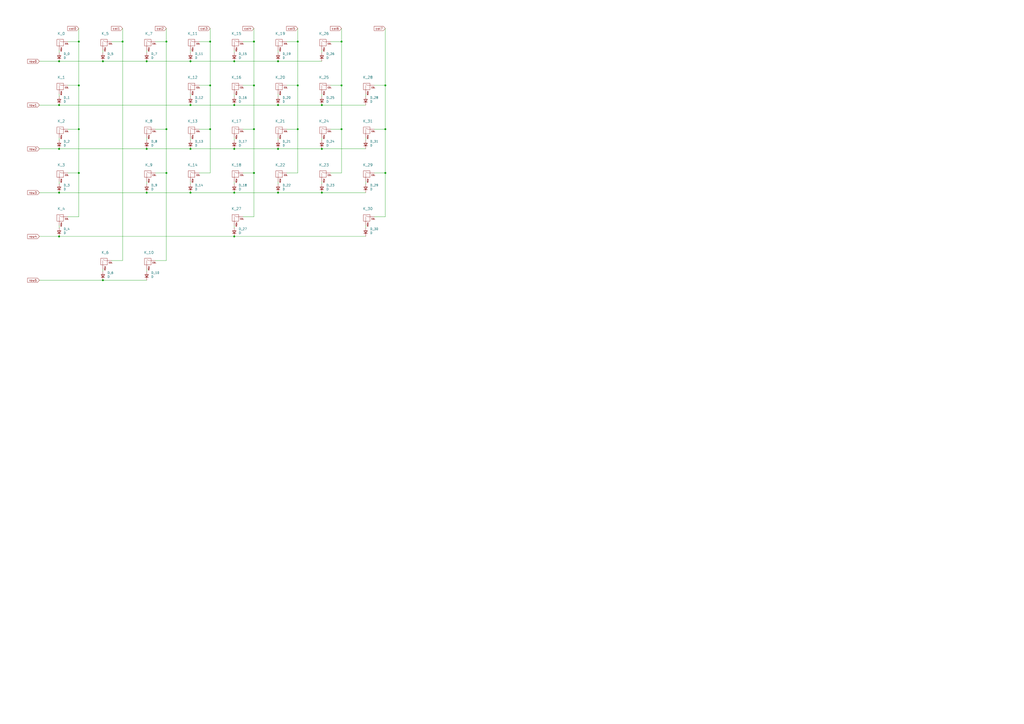
<source format=kicad_sch>
(kicad_sch
	(version 20231120)
	(generator "eeschema")
	(generator_version "8.0")
	(uuid "ceedc941-2f6f-4589-8d75-d1ba16c00101")
	(paper "A2")
	(lib_symbols
		(symbol "Device:D_Small"
			(pin_numbers hide)
			(pin_names
				(offset 0.254) hide)
			(exclude_from_sim no)
			(in_bom yes)
			(on_board yes)
			(property "Reference" "D"
				(at -1.27 2.032 0)
				(effects
					(font
						(size 1.27 1.27)
					)
					(justify left)
				)
			)
			(property "Value" "D_Small"
				(at -3.81 -2.032 0)
				(effects
					(font
						(size 1.27 1.27)
					)
					(justify left)
				)
			)
			(property "Footprint" ""
				(at 0 0 90)
				(effects
					(font
						(size 1.27 1.27)
					)
					(hide yes)
				)
			)
			(property "Datasheet" "~"
				(at 0 0 90)
				(effects
					(font
						(size 1.27 1.27)
					)
					(hide yes)
				)
			)
			(property "Description" "Diode, small symbol"
				(at 0 0 0)
				(effects
					(font
						(size 1.27 1.27)
					)
					(hide yes)
				)
			)
			(property "Sim.Device" "D"
				(at 0 0 0)
				(effects
					(font
						(size 1.27 1.27)
					)
					(hide yes)
				)
			)
			(property "Sim.Pins" "1=K 2=A"
				(at 0 0 0)
				(effects
					(font
						(size 1.27 1.27)
					)
					(hide yes)
				)
			)
			(property "ki_keywords" "diode"
				(at 0 0 0)
				(effects
					(font
						(size 1.27 1.27)
					)
					(hide yes)
				)
			)
			(property "ki_fp_filters" "TO-???* *_Diode_* *SingleDiode* D_*"
				(at 0 0 0)
				(effects
					(font
						(size 1.27 1.27)
					)
					(hide yes)
				)
			)
			(symbol "D_Small_0_1"
				(polyline
					(pts
						(xy -0.762 -1.016) (xy -0.762 1.016)
					)
					(stroke
						(width 0.254)
						(type default)
					)
					(fill
						(type none)
					)
				)
				(polyline
					(pts
						(xy -0.762 0) (xy 0.762 0)
					)
					(stroke
						(width 0)
						(type default)
					)
					(fill
						(type none)
					)
				)
				(polyline
					(pts
						(xy 0.762 -1.016) (xy -0.762 0) (xy 0.762 1.016) (xy 0.762 -1.016)
					)
					(stroke
						(width 0.254)
						(type default)
					)
					(fill
						(type none)
					)
				)
			)
			(symbol "D_Small_1_1"
				(pin passive line
					(at -2.54 0 0)
					(length 1.778)
					(name "K"
						(effects
							(font
								(size 1.27 1.27)
							)
						)
					)
					(number "1"
						(effects
							(font
								(size 1.27 1.27)
							)
						)
					)
				)
				(pin passive line
					(at 2.54 0 180)
					(length 1.778)
					(name "A"
						(effects
							(font
								(size 1.27 1.27)
							)
						)
					)
					(number "2"
						(effects
							(font
								(size 1.27 1.27)
							)
						)
					)
				)
			)
		)
		(symbol "MX_Alps_Hybrid:MX-NoLED"
			(pin_names
				(offset 1.016)
			)
			(exclude_from_sim no)
			(in_bom yes)
			(on_board yes)
			(property "Reference" "MX"
				(at -0.635 3.81 0)
				(effects
					(font
						(size 1.524 1.524)
					)
				)
			)
			(property "Value" "MX-NoLED"
				(at -0.635 1.27 0)
				(effects
					(font
						(size 0.508 0.508)
					)
				)
			)
			(property "Footprint" ""
				(at -15.875 -0.635 0)
				(effects
					(font
						(size 1.524 1.524)
					)
					(hide yes)
				)
			)
			(property "Datasheet" ""
				(at -15.875 -0.635 0)
				(effects
					(font
						(size 1.524 1.524)
					)
					(hide yes)
				)
			)
			(property "Description" ""
				(at 0 0 0)
				(effects
					(font
						(size 1.27 1.27)
					)
					(hide yes)
				)
			)
			(symbol "MX-NoLED_0_0"
				(rectangle
					(start -2.54 2.54)
					(end 1.27 -1.27)
					(stroke
						(width 0)
						(type solid)
					)
					(fill
						(type none)
					)
				)
				(polyline
					(pts
						(xy -1.27 -1.27) (xy -1.27 1.27)
					)
					(stroke
						(width 0.127)
						(type solid)
					)
					(fill
						(type none)
					)
				)
				(polyline
					(pts
						(xy 1.27 1.27) (xy 0 1.27) (xy -1.27 1.905)
					)
					(stroke
						(width 0.127)
						(type solid)
					)
					(fill
						(type none)
					)
				)
				(text "COL"
					(at 3.175 0 0)
					(effects
						(font
							(size 0.762 0.762)
						)
					)
				)
				(text "ROW"
					(at 0 -1.905 900)
					(effects
						(font
							(size 0.762 0.762)
						)
						(justify right)
					)
				)
			)
			(symbol "MX-NoLED_1_1"
				(pin passive line
					(at 3.81 1.27 180)
					(length 2.54)
					(name "COL"
						(effects
							(font
								(size 0 0)
							)
						)
					)
					(number "1"
						(effects
							(font
								(size 0 0)
							)
						)
					)
				)
				(pin passive line
					(at -1.27 -3.81 90)
					(length 2.54)
					(name "ROW"
						(effects
							(font
								(size 0 0)
							)
						)
					)
					(number "2"
						(effects
							(font
								(size 0 0)
							)
						)
					)
				)
			)
		)
	)
	(junction
		(at 110.49 35.56)
		(diameter 0)
		(color 0 0 0 0)
		(uuid "02b52dfc-5d3d-4683-ade6-5ac206d93fd8")
	)
	(junction
		(at 34.29 111.76)
		(diameter 0)
		(color 0 0 0 0)
		(uuid "092f65d8-b36f-4328-b8f2-9840ff89e291")
	)
	(junction
		(at 45.72 49.53)
		(diameter 0)
		(color 0 0 0 0)
		(uuid "0961b014-f8c5-4a49-b5e5-c98c13255242")
	)
	(junction
		(at 85.09 86.36)
		(diameter 0)
		(color 0 0 0 0)
		(uuid "0a408ec6-c732-46c2-93df-2dc8d89781d5")
	)
	(junction
		(at 223.52 100.33)
		(diameter 0)
		(color 0 0 0 0)
		(uuid "133e055d-9da2-49d7-aca9-3269b88b670c")
	)
	(junction
		(at 172.72 49.53)
		(diameter 0)
		(color 0 0 0 0)
		(uuid "1a3faa11-76d8-4e62-b9e7-fe3d7abc55cf")
	)
	(junction
		(at 198.12 49.53)
		(diameter 0)
		(color 0 0 0 0)
		(uuid "1f170579-62db-4f50-876a-7e9a4d4e81b6")
	)
	(junction
		(at 147.32 24.13)
		(diameter 0)
		(color 0 0 0 0)
		(uuid "204e8368-96da-4f60-a064-e33929ec9631")
	)
	(junction
		(at 135.89 60.96)
		(diameter 0)
		(color 0 0 0 0)
		(uuid "218dbc3a-884e-4059-a958-6a3db14255dd")
	)
	(junction
		(at 186.69 60.96)
		(diameter 0)
		(color 0 0 0 0)
		(uuid "295cd448-155a-402f-8d12-e055fcd88f5b")
	)
	(junction
		(at 135.89 86.36)
		(diameter 0)
		(color 0 0 0 0)
		(uuid "312bc0b9-a415-4a5e-a413-5fb43d797735")
	)
	(junction
		(at 161.29 86.36)
		(diameter 0)
		(color 0 0 0 0)
		(uuid "3fa057b8-bca7-43f6-9733-99ac5c417629")
	)
	(junction
		(at 34.29 86.36)
		(diameter 0)
		(color 0 0 0 0)
		(uuid "3fd17592-e660-4f3d-9e5c-0abbc8d28de2")
	)
	(junction
		(at 121.92 24.13)
		(diameter 0)
		(color 0 0 0 0)
		(uuid "4224c11f-6f8e-41b6-99ca-3bdd618a77fd")
	)
	(junction
		(at 96.52 24.13)
		(diameter 0)
		(color 0 0 0 0)
		(uuid "46437993-a368-4916-808b-2039567a3a56")
	)
	(junction
		(at 198.12 74.93)
		(diameter 0)
		(color 0 0 0 0)
		(uuid "47ec5c46-5d63-4af4-bfcf-7b10ba51a1a1")
	)
	(junction
		(at 110.49 86.36)
		(diameter 0)
		(color 0 0 0 0)
		(uuid "4c7803e6-4e4f-44fa-9b63-600b5c80fc04")
	)
	(junction
		(at 71.12 24.13)
		(diameter 0)
		(color 0 0 0 0)
		(uuid "4ebe6ca1-a154-4954-8363-9eb75c32c415")
	)
	(junction
		(at 121.92 74.93)
		(diameter 0)
		(color 0 0 0 0)
		(uuid "513c54aa-e832-4019-b05f-7d9053609e88")
	)
	(junction
		(at 135.89 111.76)
		(diameter 0)
		(color 0 0 0 0)
		(uuid "52664d2f-d88d-4bc7-b778-654b857e061f")
	)
	(junction
		(at 45.72 74.93)
		(diameter 0)
		(color 0 0 0 0)
		(uuid "5e5d404b-8a4e-40a1-915c-bcc3b1023ebd")
	)
	(junction
		(at 45.72 24.13)
		(diameter 0)
		(color 0 0 0 0)
		(uuid "5fb400f5-c925-4bf2-88f0-7a274ce5e0b9")
	)
	(junction
		(at 45.72 100.33)
		(diameter 0)
		(color 0 0 0 0)
		(uuid "6714f652-8f9b-4470-8568-3c204dbd9f43")
	)
	(junction
		(at 161.29 35.56)
		(diameter 0)
		(color 0 0 0 0)
		(uuid "72202524-ed35-44d2-81b3-39eefce6c8ca")
	)
	(junction
		(at 110.49 60.96)
		(diameter 0)
		(color 0 0 0 0)
		(uuid "7ab83473-b287-45c4-b116-ad24004dd78e")
	)
	(junction
		(at 186.69 86.36)
		(diameter 0)
		(color 0 0 0 0)
		(uuid "821214f0-755a-4842-b7ff-ac8859c0f628")
	)
	(junction
		(at 59.69 35.56)
		(diameter 0)
		(color 0 0 0 0)
		(uuid "87f99dde-e21f-4776-b0be-936bb41ce65c")
	)
	(junction
		(at 59.69 162.56)
		(diameter 0)
		(color 0 0 0 0)
		(uuid "8d09bf7d-6b72-4e0a-96cb-7771511876f2")
	)
	(junction
		(at 186.69 111.76)
		(diameter 0)
		(color 0 0 0 0)
		(uuid "a3a5150b-d3e4-4838-93d0-807204b550b9")
	)
	(junction
		(at 34.29 35.56)
		(diameter 0)
		(color 0 0 0 0)
		(uuid "a7ff632b-8b0d-469e-bf48-dabb40266a1d")
	)
	(junction
		(at 34.29 60.96)
		(diameter 0)
		(color 0 0 0 0)
		(uuid "afc9bd50-badc-44d9-8e78-0e9eccea4fbb")
	)
	(junction
		(at 34.29 137.16)
		(diameter 0)
		(color 0 0 0 0)
		(uuid "b67ec8e1-83a7-422e-92e3-70242b700e78")
	)
	(junction
		(at 135.89 35.56)
		(diameter 0)
		(color 0 0 0 0)
		(uuid "b7166656-2880-4b49-9c2b-2080c719281d")
	)
	(junction
		(at 147.32 100.33)
		(diameter 0)
		(color 0 0 0 0)
		(uuid "b8eec8a8-61e2-43ec-bc7d-cf2f4c83286d")
	)
	(junction
		(at 135.89 137.16)
		(diameter 0)
		(color 0 0 0 0)
		(uuid "c09399f1-9a1e-443b-95cf-96b0be64b352")
	)
	(junction
		(at 223.52 74.93)
		(diameter 0)
		(color 0 0 0 0)
		(uuid "c25c7433-fdf7-4ce6-a0de-febcc73b2b26")
	)
	(junction
		(at 96.52 74.93)
		(diameter 0)
		(color 0 0 0 0)
		(uuid "cc44f781-c0f2-4df3-b7b5-edebfff1d947")
	)
	(junction
		(at 147.32 74.93)
		(diameter 0)
		(color 0 0 0 0)
		(uuid "ce4b5caf-b2de-410c-bae7-f2fc588bb542")
	)
	(junction
		(at 85.09 111.76)
		(diameter 0)
		(color 0 0 0 0)
		(uuid "cf209d1a-726e-42fe-99a9-7a286119b632")
	)
	(junction
		(at 147.32 49.53)
		(diameter 0)
		(color 0 0 0 0)
		(uuid "d01cf602-bf13-4ef9-8637-c4c3d4c8747a")
	)
	(junction
		(at 161.29 111.76)
		(diameter 0)
		(color 0 0 0 0)
		(uuid "d120b140-44cc-4052-979f-348cea41a00f")
	)
	(junction
		(at 96.52 100.33)
		(diameter 0)
		(color 0 0 0 0)
		(uuid "d4cc7604-c392-456d-bd07-bc9c24b3caac")
	)
	(junction
		(at 121.92 49.53)
		(diameter 0)
		(color 0 0 0 0)
		(uuid "d92bc33c-5ff2-4a82-beae-d0719b61a38b")
	)
	(junction
		(at 198.12 24.13)
		(diameter 0)
		(color 0 0 0 0)
		(uuid "d9507dee-d234-4a76-ada9-343200cc31be")
	)
	(junction
		(at 172.72 74.93)
		(diameter 0)
		(color 0 0 0 0)
		(uuid "d9662b17-a562-4db1-a160-0d37d75aef27")
	)
	(junction
		(at 85.09 35.56)
		(diameter 0)
		(color 0 0 0 0)
		(uuid "da39b04f-3555-45be-97b7-16eec3547511")
	)
	(junction
		(at 223.52 49.53)
		(diameter 0)
		(color 0 0 0 0)
		(uuid "db17925b-d0ad-4830-a8ea-0f31f4ee3e30")
	)
	(junction
		(at 110.49 111.76)
		(diameter 0)
		(color 0 0 0 0)
		(uuid "e5ba6356-59b9-425c-98c1-c559a67c62de")
	)
	(junction
		(at 161.29 60.96)
		(diameter 0)
		(color 0 0 0 0)
		(uuid "f34ce26f-21d5-4a6d-bc4c-e61ca44b9531")
	)
	(junction
		(at 172.72 24.13)
		(diameter 0)
		(color 0 0 0 0)
		(uuid "ff698a13-55a1-4449-a649-b09a6b99cbcb")
	)
	(wire
		(pts
			(xy 172.72 74.93) (xy 172.72 49.53)
		)
		(stroke
			(width 0)
			(type default)
		)
		(uuid "01a155ad-0408-428a-a77c-ea19d6eca01f")
	)
	(wire
		(pts
			(xy 34.29 130.81) (xy 34.29 132.08)
		)
		(stroke
			(width 0)
			(type default)
		)
		(uuid "01ccc632-a9ad-4b04-a7eb-eda3248ab2b9")
	)
	(wire
		(pts
			(xy 34.29 105.41) (xy 34.29 106.68)
		)
		(stroke
			(width 0)
			(type default)
		)
		(uuid "01ed6000-7444-4853-8b94-d2b5325e7436")
	)
	(wire
		(pts
			(xy 22.86 86.36) (xy 34.29 86.36)
		)
		(stroke
			(width 0)
			(type default)
		)
		(uuid "09c99ad9-a513-42dc-a83b-a850bbcdc2b1")
	)
	(wire
		(pts
			(xy 140.97 100.33) (xy 147.32 100.33)
		)
		(stroke
			(width 0)
			(type default)
		)
		(uuid "09f96e81-bdb7-4384-8e07-f68519caca5d")
	)
	(wire
		(pts
			(xy 186.69 105.41) (xy 186.69 106.68)
		)
		(stroke
			(width 0)
			(type default)
		)
		(uuid "0d5a3448-48b7-4d7b-afef-73d29ced7878")
	)
	(wire
		(pts
			(xy 115.57 24.13) (xy 121.92 24.13)
		)
		(stroke
			(width 0)
			(type default)
		)
		(uuid "12b64e01-012b-4423-bc31-39c01e089902")
	)
	(wire
		(pts
			(xy 135.89 105.41) (xy 135.89 106.68)
		)
		(stroke
			(width 0)
			(type default)
		)
		(uuid "17867ba1-5fbe-41f2-95f2-f8f1bbe9a34d")
	)
	(wire
		(pts
			(xy 110.49 60.96) (xy 135.89 60.96)
		)
		(stroke
			(width 0)
			(type default)
		)
		(uuid "17d10685-21f0-4158-876f-5edcac2cf46e")
	)
	(wire
		(pts
			(xy 110.49 35.56) (xy 135.89 35.56)
		)
		(stroke
			(width 0)
			(type default)
		)
		(uuid "19f2ea24-2232-4ba6-a944-07a95a6e774f")
	)
	(wire
		(pts
			(xy 34.29 137.16) (xy 135.89 137.16)
		)
		(stroke
			(width 0)
			(type default)
		)
		(uuid "1a5f97f7-0d27-4c37-9d72-c21bb8ff4b48")
	)
	(wire
		(pts
			(xy 85.09 105.41) (xy 85.09 106.68)
		)
		(stroke
			(width 0)
			(type default)
		)
		(uuid "1b3eade7-9394-47c7-8b88-90ba10776cbd")
	)
	(wire
		(pts
			(xy 96.52 100.33) (xy 96.52 74.93)
		)
		(stroke
			(width 0)
			(type default)
		)
		(uuid "1b63e985-d660-401c-8708-08a6ac2b3499")
	)
	(wire
		(pts
			(xy 161.29 35.56) (xy 186.69 35.56)
		)
		(stroke
			(width 0)
			(type default)
		)
		(uuid "1c367a7d-bf2a-4e99-852a-6cb3e58963fb")
	)
	(wire
		(pts
			(xy 135.89 35.56) (xy 161.29 35.56)
		)
		(stroke
			(width 0)
			(type default)
		)
		(uuid "1e1b3529-5484-4f76-9669-a7a7494ebef8")
	)
	(wire
		(pts
			(xy 115.57 100.33) (xy 121.92 100.33)
		)
		(stroke
			(width 0)
			(type default)
		)
		(uuid "204dc705-1792-4b39-a359-953198f73117")
	)
	(wire
		(pts
			(xy 85.09 29.21) (xy 85.09 30.48)
		)
		(stroke
			(width 0)
			(type default)
		)
		(uuid "23766b5e-da74-4721-af39-ec005c995d89")
	)
	(wire
		(pts
			(xy 22.86 162.56) (xy 59.69 162.56)
		)
		(stroke
			(width 0)
			(type default)
		)
		(uuid "28043949-83a4-4b78-9cb6-f051768adb77")
	)
	(wire
		(pts
			(xy 135.89 54.61) (xy 135.89 55.88)
		)
		(stroke
			(width 0)
			(type default)
		)
		(uuid "289236de-67fa-4e63-9d96-fb193cdbcc72")
	)
	(wire
		(pts
			(xy 147.32 74.93) (xy 147.32 49.53)
		)
		(stroke
			(width 0)
			(type default)
		)
		(uuid "2a6d1705-a257-41d0-9768-77984b4b77f9")
	)
	(wire
		(pts
			(xy 147.32 125.73) (xy 147.32 100.33)
		)
		(stroke
			(width 0)
			(type default)
		)
		(uuid "2af903c5-f20b-4e3f-9725-e9b91bd55bb3")
	)
	(wire
		(pts
			(xy 110.49 111.76) (xy 135.89 111.76)
		)
		(stroke
			(width 0)
			(type default)
		)
		(uuid "2cbe6927-fb8b-4de1-95d4-1f44bb7aed91")
	)
	(wire
		(pts
			(xy 96.52 16.51) (xy 96.52 24.13)
		)
		(stroke
			(width 0)
			(type default)
		)
		(uuid "2dd9030d-afe7-460f-9646-f2f7273ac9f3")
	)
	(wire
		(pts
			(xy 172.72 24.13) (xy 172.72 49.53)
		)
		(stroke
			(width 0)
			(type default)
		)
		(uuid "2fbb9d5b-bad9-4a91-90c8-6a31fa076da5")
	)
	(wire
		(pts
			(xy 90.17 151.13) (xy 96.52 151.13)
		)
		(stroke
			(width 0)
			(type default)
		)
		(uuid "36682522-82af-4b13-ba77-f95938a24156")
	)
	(wire
		(pts
			(xy 90.17 24.13) (xy 96.52 24.13)
		)
		(stroke
			(width 0)
			(type default)
		)
		(uuid "373e7278-547d-4f7b-ba14-0abed9c28aaf")
	)
	(wire
		(pts
			(xy 115.57 49.53) (xy 121.92 49.53)
		)
		(stroke
			(width 0)
			(type default)
		)
		(uuid "38baff35-0c76-4fd3-a880-56ce884894a3")
	)
	(wire
		(pts
			(xy 140.97 125.73) (xy 147.32 125.73)
		)
		(stroke
			(width 0)
			(type default)
		)
		(uuid "3ae8021b-6a18-4696-a277-fbb92d13c32b")
	)
	(wire
		(pts
			(xy 22.86 60.96) (xy 34.29 60.96)
		)
		(stroke
			(width 0)
			(type default)
		)
		(uuid "3e60d0c8-ccca-4e9e-93d9-28d1bed45408")
	)
	(wire
		(pts
			(xy 85.09 35.56) (xy 110.49 35.56)
		)
		(stroke
			(width 0)
			(type default)
		)
		(uuid "3ed2f1e0-666d-45a2-b1dc-682cab90e8a8")
	)
	(wire
		(pts
			(xy 45.72 100.33) (xy 45.72 74.93)
		)
		(stroke
			(width 0)
			(type default)
		)
		(uuid "41b90ec9-0560-4a50-acac-e0c7dd8b513b")
	)
	(wire
		(pts
			(xy 85.09 80.01) (xy 85.09 81.28)
		)
		(stroke
			(width 0)
			(type default)
		)
		(uuid "41fd59ca-1670-4053-b9b9-9f82a964b816")
	)
	(wire
		(pts
			(xy 45.72 16.51) (xy 45.72 24.13)
		)
		(stroke
			(width 0)
			(type default)
		)
		(uuid "42bf4cc4-9db5-4dca-b37a-0fbb05ebee2f")
	)
	(wire
		(pts
			(xy 45.72 125.73) (xy 45.72 100.33)
		)
		(stroke
			(width 0)
			(type default)
		)
		(uuid "46e735a8-b1b6-4677-8a59-9484900e1fa5")
	)
	(wire
		(pts
			(xy 96.52 24.13) (xy 96.52 74.93)
		)
		(stroke
			(width 0)
			(type default)
		)
		(uuid "47608070-efd4-4eec-aef7-0da695f9d6d4")
	)
	(wire
		(pts
			(xy 135.89 80.01) (xy 135.89 81.28)
		)
		(stroke
			(width 0)
			(type default)
		)
		(uuid "47faac62-d71a-4250-81af-adaa4b0f41ed")
	)
	(wire
		(pts
			(xy 186.69 29.21) (xy 186.69 30.48)
		)
		(stroke
			(width 0)
			(type default)
		)
		(uuid "4893b668-d347-4c8f-828b-9130424ef02b")
	)
	(wire
		(pts
			(xy 39.37 100.33) (xy 45.72 100.33)
		)
		(stroke
			(width 0)
			(type default)
		)
		(uuid "497d2ffd-31eb-4c19-9761-588d2a417f48")
	)
	(wire
		(pts
			(xy 186.69 80.01) (xy 186.69 81.28)
		)
		(stroke
			(width 0)
			(type default)
		)
		(uuid "49b58c69-7460-476c-a242-f0b8a9f74d56")
	)
	(wire
		(pts
			(xy 71.12 24.13) (xy 71.12 151.13)
		)
		(stroke
			(width 0)
			(type default)
		)
		(uuid "4a26b143-c30d-4654-b194-26d4f4caebcd")
	)
	(wire
		(pts
			(xy 22.86 35.56) (xy 34.29 35.56)
		)
		(stroke
			(width 0)
			(type default)
		)
		(uuid "4a94ecf6-c843-4380-bc1e-c275e130ddd8")
	)
	(wire
		(pts
			(xy 34.29 111.76) (xy 85.09 111.76)
		)
		(stroke
			(width 0)
			(type default)
		)
		(uuid "4d650bcd-c843-411e-a5ca-ea3ab68e5506")
	)
	(wire
		(pts
			(xy 135.89 111.76) (xy 161.29 111.76)
		)
		(stroke
			(width 0)
			(type default)
		)
		(uuid "4d8e3bba-feae-4fb8-85e2-ba23ef1cd55e")
	)
	(wire
		(pts
			(xy 172.72 100.33) (xy 172.72 74.93)
		)
		(stroke
			(width 0)
			(type default)
		)
		(uuid "5036320c-f667-4d88-82e4-d8ea16cd8ce5")
	)
	(wire
		(pts
			(xy 186.69 86.36) (xy 212.09 86.36)
		)
		(stroke
			(width 0)
			(type default)
		)
		(uuid "51807917-5aac-4921-b548-aa4fbb5ee17b")
	)
	(wire
		(pts
			(xy 34.29 35.56) (xy 59.69 35.56)
		)
		(stroke
			(width 0)
			(type default)
		)
		(uuid "52edbbcb-3293-4027-9638-8e3efd822875")
	)
	(wire
		(pts
			(xy 121.92 74.93) (xy 121.92 49.53)
		)
		(stroke
			(width 0)
			(type default)
		)
		(uuid "53be8494-747a-4efb-aa78-09185302cf93")
	)
	(wire
		(pts
			(xy 45.72 74.93) (xy 45.72 49.53)
		)
		(stroke
			(width 0)
			(type default)
		)
		(uuid "58728c69-d0cc-4749-b90d-19e08362c152")
	)
	(wire
		(pts
			(xy 212.09 54.61) (xy 212.09 55.88)
		)
		(stroke
			(width 0)
			(type default)
		)
		(uuid "59e102bd-3ee2-4855-b3bf-f52ca2b09e76")
	)
	(wire
		(pts
			(xy 45.72 24.13) (xy 45.72 49.53)
		)
		(stroke
			(width 0)
			(type default)
		)
		(uuid "5a30b0b2-21fd-4dc9-b66d-c6cc47c0eda1")
	)
	(wire
		(pts
			(xy 223.52 100.33) (xy 223.52 74.93)
		)
		(stroke
			(width 0)
			(type default)
		)
		(uuid "5a7b2a7e-46dc-479b-875d-ae1c1b1edb46")
	)
	(wire
		(pts
			(xy 135.89 86.36) (xy 161.29 86.36)
		)
		(stroke
			(width 0)
			(type default)
		)
		(uuid "5b7c70ce-ad59-43ed-8012-3a76b2118440")
	)
	(wire
		(pts
			(xy 121.92 16.51) (xy 121.92 24.13)
		)
		(stroke
			(width 0)
			(type default)
		)
		(uuid "5ddd3cc2-c4ab-40e0-8578-88479b9c9986")
	)
	(wire
		(pts
			(xy 198.12 24.13) (xy 198.12 49.53)
		)
		(stroke
			(width 0)
			(type default)
		)
		(uuid "695d79df-bdf9-4596-9416-6156186f3c2a")
	)
	(wire
		(pts
			(xy 110.49 29.21) (xy 110.49 30.48)
		)
		(stroke
			(width 0)
			(type default)
		)
		(uuid "6a30b095-27bf-4ad0-8293-e6f15cdff006")
	)
	(wire
		(pts
			(xy 161.29 86.36) (xy 186.69 86.36)
		)
		(stroke
			(width 0)
			(type default)
		)
		(uuid "6a5c19c8-6f19-4885-86c7-92d20e56d315")
	)
	(wire
		(pts
			(xy 85.09 156.21) (xy 85.09 157.48)
		)
		(stroke
			(width 0)
			(type default)
		)
		(uuid "6f97cf99-94da-416b-8cdb-fa7e93a6d3b8")
	)
	(wire
		(pts
			(xy 121.92 100.33) (xy 121.92 74.93)
		)
		(stroke
			(width 0)
			(type default)
		)
		(uuid "7115dd13-af7c-4656-b786-4d08eddec726")
	)
	(wire
		(pts
			(xy 217.17 100.33) (xy 223.52 100.33)
		)
		(stroke
			(width 0)
			(type default)
		)
		(uuid "724f3b28-d323-4de2-bee4-5e86efa35ec5")
	)
	(wire
		(pts
			(xy 39.37 125.73) (xy 45.72 125.73)
		)
		(stroke
			(width 0)
			(type default)
		)
		(uuid "736ad736-2d00-4b21-91f6-939b0ceb2937")
	)
	(wire
		(pts
			(xy 223.52 16.51) (xy 223.52 49.53)
		)
		(stroke
			(width 0)
			(type default)
		)
		(uuid "76fd0924-f414-44fc-a548-8f9da110a68f")
	)
	(wire
		(pts
			(xy 186.69 111.76) (xy 212.09 111.76)
		)
		(stroke
			(width 0)
			(type default)
		)
		(uuid "774db98a-01e4-405b-b8d2-37a0c43d6998")
	)
	(wire
		(pts
			(xy 161.29 60.96) (xy 186.69 60.96)
		)
		(stroke
			(width 0)
			(type default)
		)
		(uuid "7cc39f20-0070-4af5-be4f-64767899242b")
	)
	(wire
		(pts
			(xy 110.49 54.61) (xy 110.49 55.88)
		)
		(stroke
			(width 0)
			(type default)
		)
		(uuid "7e28f014-fe18-4545-b7fa-8319d483c2bd")
	)
	(wire
		(pts
			(xy 186.69 54.61) (xy 186.69 55.88)
		)
		(stroke
			(width 0)
			(type default)
		)
		(uuid "7e764a6e-b400-4634-8438-fc6cd361cde3")
	)
	(wire
		(pts
			(xy 34.29 60.96) (xy 110.49 60.96)
		)
		(stroke
			(width 0)
			(type default)
		)
		(uuid "7ee7b87a-594e-4826-a12c-1ee316c9fe7b")
	)
	(wire
		(pts
			(xy 39.37 74.93) (xy 45.72 74.93)
		)
		(stroke
			(width 0)
			(type default)
		)
		(uuid "8144133c-98bd-4801-9a55-c2fae88d4547")
	)
	(wire
		(pts
			(xy 34.29 80.01) (xy 34.29 81.28)
		)
		(stroke
			(width 0)
			(type default)
		)
		(uuid "815e3e66-af5e-4039-8fbb-a52bd3333821")
	)
	(wire
		(pts
			(xy 198.12 16.51) (xy 198.12 24.13)
		)
		(stroke
			(width 0)
			(type default)
		)
		(uuid "87a6b58c-6b00-441f-8119-d74e1f8d9924")
	)
	(wire
		(pts
			(xy 191.77 49.53) (xy 198.12 49.53)
		)
		(stroke
			(width 0)
			(type default)
		)
		(uuid "87c607af-f4a7-4e37-a027-c4c5ea1753fa")
	)
	(wire
		(pts
			(xy 166.37 100.33) (xy 172.72 100.33)
		)
		(stroke
			(width 0)
			(type default)
		)
		(uuid "882c6d35-75ea-42de-b010-8d2758ae94f4")
	)
	(wire
		(pts
			(xy 64.77 151.13) (xy 71.12 151.13)
		)
		(stroke
			(width 0)
			(type default)
		)
		(uuid "8b8b91cd-80fd-44d4-abe1-92fbe436942c")
	)
	(wire
		(pts
			(xy 121.92 24.13) (xy 121.92 49.53)
		)
		(stroke
			(width 0)
			(type default)
		)
		(uuid "8bf0c1e8-d418-4382-bcb8-fac8ff57badf")
	)
	(wire
		(pts
			(xy 135.89 29.21) (xy 135.89 30.48)
		)
		(stroke
			(width 0)
			(type default)
		)
		(uuid "8c3ba4c5-8320-4b7c-a5dc-c6fb360f4b41")
	)
	(wire
		(pts
			(xy 34.29 86.36) (xy 85.09 86.36)
		)
		(stroke
			(width 0)
			(type default)
		)
		(uuid "8d4ade82-496c-44f2-88f1-4d35ca87fb5b")
	)
	(wire
		(pts
			(xy 110.49 80.01) (xy 110.49 81.28)
		)
		(stroke
			(width 0)
			(type default)
		)
		(uuid "8da3a27e-6743-4868-8a5b-602d6006c4e5")
	)
	(wire
		(pts
			(xy 39.37 49.53) (xy 45.72 49.53)
		)
		(stroke
			(width 0)
			(type default)
		)
		(uuid "905c8f5d-6a6a-468a-950e-d8c4d57cdf98")
	)
	(wire
		(pts
			(xy 85.09 111.76) (xy 110.49 111.76)
		)
		(stroke
			(width 0)
			(type default)
		)
		(uuid "90f77f3a-a57d-4fed-84e7-fd6b4cb66de0")
	)
	(wire
		(pts
			(xy 161.29 111.76) (xy 186.69 111.76)
		)
		(stroke
			(width 0)
			(type default)
		)
		(uuid "918e1a8a-fc4a-4dbb-b528-ffff853aa7a4")
	)
	(wire
		(pts
			(xy 212.09 80.01) (xy 212.09 81.28)
		)
		(stroke
			(width 0)
			(type default)
		)
		(uuid "91b88049-95c5-47cc-b46f-870a653f1a40")
	)
	(wire
		(pts
			(xy 217.17 125.73) (xy 223.52 125.73)
		)
		(stroke
			(width 0)
			(type default)
		)
		(uuid "945d3f42-947d-4d62-9bad-b6479197d7b5")
	)
	(wire
		(pts
			(xy 223.52 74.93) (xy 223.52 49.53)
		)
		(stroke
			(width 0)
			(type default)
		)
		(uuid "952c1a99-1d2c-4ac0-b870-23117d8c01e7")
	)
	(wire
		(pts
			(xy 212.09 130.81) (xy 212.09 132.08)
		)
		(stroke
			(width 0)
			(type default)
		)
		(uuid "972e125c-adac-4f40-be86-3358cb424c7b")
	)
	(wire
		(pts
			(xy 191.77 24.13) (xy 198.12 24.13)
		)
		(stroke
			(width 0)
			(type default)
		)
		(uuid "9bd0e665-e420-4942-8bcf-112f334d2aa3")
	)
	(wire
		(pts
			(xy 135.89 130.81) (xy 135.89 132.08)
		)
		(stroke
			(width 0)
			(type default)
		)
		(uuid "9dcd4393-7ac4-46fd-b56e-585a3a2345c5")
	)
	(wire
		(pts
			(xy 90.17 100.33) (xy 96.52 100.33)
		)
		(stroke
			(width 0)
			(type default)
		)
		(uuid "9e93e322-8cb6-43d6-8daa-5178cf73149d")
	)
	(wire
		(pts
			(xy 59.69 29.21) (xy 59.69 30.48)
		)
		(stroke
			(width 0)
			(type default)
		)
		(uuid "9f2e9ffa-664f-46c2-a82e-df7f21f8e955")
	)
	(wire
		(pts
			(xy 217.17 74.93) (xy 223.52 74.93)
		)
		(stroke
			(width 0)
			(type default)
		)
		(uuid "9f4ca7a8-f62c-42f8-9ef1-3cd03885f346")
	)
	(wire
		(pts
			(xy 161.29 80.01) (xy 161.29 81.28)
		)
		(stroke
			(width 0)
			(type default)
		)
		(uuid "a2d8ac5f-40cb-46e3-bfdb-33a29b275b85")
	)
	(wire
		(pts
			(xy 85.09 86.36) (xy 110.49 86.36)
		)
		(stroke
			(width 0)
			(type default)
		)
		(uuid "a478feb9-229d-4fc0-9a08-b032fdd83cdc")
	)
	(wire
		(pts
			(xy 140.97 24.13) (xy 147.32 24.13)
		)
		(stroke
			(width 0)
			(type default)
		)
		(uuid "a4d2dc70-fe92-4ac0-8eff-d5e71c06ef3e")
	)
	(wire
		(pts
			(xy 140.97 74.93) (xy 147.32 74.93)
		)
		(stroke
			(width 0)
			(type default)
		)
		(uuid "af28e001-42d5-4d1c-a3cf-1adee57319d5")
	)
	(wire
		(pts
			(xy 135.89 137.16) (xy 212.09 137.16)
		)
		(stroke
			(width 0)
			(type default)
		)
		(uuid "b0f4fc7e-5a40-4ae2-a22e-19d4c1f81d20")
	)
	(wire
		(pts
			(xy 140.97 49.53) (xy 147.32 49.53)
		)
		(stroke
			(width 0)
			(type default)
		)
		(uuid "b422dde3-22da-45ca-917d-17fa76833543")
	)
	(wire
		(pts
			(xy 166.37 74.93) (xy 172.72 74.93)
		)
		(stroke
			(width 0)
			(type default)
		)
		(uuid "b5d19c98-0570-4598-bc63-027de8f6773d")
	)
	(wire
		(pts
			(xy 110.49 105.41) (xy 110.49 106.68)
		)
		(stroke
			(width 0)
			(type default)
		)
		(uuid "b64c5e69-0fd6-468a-bafd-b60752647cca")
	)
	(wire
		(pts
			(xy 96.52 151.13) (xy 96.52 100.33)
		)
		(stroke
			(width 0)
			(type default)
		)
		(uuid "b87c4750-f687-41da-9e4c-1628f60a59f3")
	)
	(wire
		(pts
			(xy 71.12 16.51) (xy 71.12 24.13)
		)
		(stroke
			(width 0)
			(type default)
		)
		(uuid "b8e23379-9f56-4eb2-b71f-4fb41e6bc295")
	)
	(wire
		(pts
			(xy 147.32 16.51) (xy 147.32 24.13)
		)
		(stroke
			(width 0)
			(type default)
		)
		(uuid "c234f72a-64a2-457d-bef6-febd998a35bd")
	)
	(wire
		(pts
			(xy 217.17 49.53) (xy 223.52 49.53)
		)
		(stroke
			(width 0)
			(type default)
		)
		(uuid "c359ab89-32d9-4a02-a03a-dd7bd02a8a57")
	)
	(wire
		(pts
			(xy 147.32 24.13) (xy 147.32 49.53)
		)
		(stroke
			(width 0)
			(type default)
		)
		(uuid "c3b90c2e-b3b9-47aa-ab1c-38be9abe5f6a")
	)
	(wire
		(pts
			(xy 59.69 156.21) (xy 59.69 157.48)
		)
		(stroke
			(width 0)
			(type default)
		)
		(uuid "c95f4f79-2edf-42e2-9826-34d2f4c69456")
	)
	(wire
		(pts
			(xy 161.29 105.41) (xy 161.29 106.68)
		)
		(stroke
			(width 0)
			(type default)
		)
		(uuid "cd4624db-4098-4bb3-9ef5-8a6a9400a3fd")
	)
	(wire
		(pts
			(xy 59.69 35.56) (xy 85.09 35.56)
		)
		(stroke
			(width 0)
			(type default)
		)
		(uuid "cde6a8ae-1ada-4680-b971-d8d4499a163c")
	)
	(wire
		(pts
			(xy 59.69 162.56) (xy 85.09 162.56)
		)
		(stroke
			(width 0)
			(type default)
		)
		(uuid "cfeaf115-8326-47db-a475-ef2948d43363")
	)
	(wire
		(pts
			(xy 135.89 60.96) (xy 161.29 60.96)
		)
		(stroke
			(width 0)
			(type default)
		)
		(uuid "daf50fb6-d398-4ed3-a945-fe38ddde4995")
	)
	(wire
		(pts
			(xy 22.86 137.16) (xy 34.29 137.16)
		)
		(stroke
			(width 0)
			(type default)
		)
		(uuid "e0b05aaf-eaee-4324-8bcc-c24b92c96ac2")
	)
	(wire
		(pts
			(xy 186.69 60.96) (xy 212.09 60.96)
		)
		(stroke
			(width 0)
			(type default)
		)
		(uuid "e5a7dae4-383f-46fb-8298-e2f4570d5e5b")
	)
	(wire
		(pts
			(xy 172.72 16.51) (xy 172.72 24.13)
		)
		(stroke
			(width 0)
			(type default)
		)
		(uuid "e5cd0a6e-7647-47fc-a20e-6a0c5f0e7572")
	)
	(wire
		(pts
			(xy 198.12 100.33) (xy 198.12 74.93)
		)
		(stroke
			(width 0)
			(type default)
		)
		(uuid "e646edd4-4015-4bb8-b92d-f4aa0736835c")
	)
	(wire
		(pts
			(xy 39.37 24.13) (xy 45.72 24.13)
		)
		(stroke
			(width 0)
			(type default)
		)
		(uuid "e68d7d7e-79df-4684-9010-e803adbdae68")
	)
	(wire
		(pts
			(xy 191.77 74.93) (xy 198.12 74.93)
		)
		(stroke
			(width 0)
			(type default)
		)
		(uuid "e715dab7-1c7e-4c4f-8b0b-f62a3195e4f9")
	)
	(wire
		(pts
			(xy 191.77 100.33) (xy 198.12 100.33)
		)
		(stroke
			(width 0)
			(type default)
		)
		(uuid "eb11a5af-992b-4fa4-a22f-8af13013c439")
	)
	(wire
		(pts
			(xy 161.29 29.21) (xy 161.29 30.48)
		)
		(stroke
			(width 0)
			(type default)
		)
		(uuid "ebd05cfa-5935-44ac-9bce-2b354916f704")
	)
	(wire
		(pts
			(xy 198.12 74.93) (xy 198.12 49.53)
		)
		(stroke
			(width 0)
			(type default)
		)
		(uuid "ed16dbac-3553-472b-8545-c46c47391c99")
	)
	(wire
		(pts
			(xy 22.86 111.76) (xy 34.29 111.76)
		)
		(stroke
			(width 0)
			(type default)
		)
		(uuid "ed8fe06d-e801-44f8-925b-3b514be08994")
	)
	(wire
		(pts
			(xy 34.29 29.21) (xy 34.29 30.48)
		)
		(stroke
			(width 0)
			(type default)
		)
		(uuid "eea692d0-dfef-49c3-940a-c139e85f0bd2")
	)
	(wire
		(pts
			(xy 34.29 54.61) (xy 34.29 55.88)
		)
		(stroke
			(width 0)
			(type default)
		)
		(uuid "efd215e8-a413-4baa-a278-9be7284e4acb")
	)
	(wire
		(pts
			(xy 161.29 54.61) (xy 161.29 55.88)
		)
		(stroke
			(width 0)
			(type default)
		)
		(uuid "f07d51e8-28f1-4c8b-ac59-e69f03a46794")
	)
	(wire
		(pts
			(xy 212.09 105.41) (xy 212.09 106.68)
		)
		(stroke
			(width 0)
			(type default)
		)
		(uuid "f1a578ec-cbc4-4e1f-8d8b-1e0124c741b5")
	)
	(wire
		(pts
			(xy 166.37 49.53) (xy 172.72 49.53)
		)
		(stroke
			(width 0)
			(type default)
		)
		(uuid "f327df8c-c522-4818-b195-53d7db149565")
	)
	(wire
		(pts
			(xy 223.52 125.73) (xy 223.52 100.33)
		)
		(stroke
			(width 0)
			(type default)
		)
		(uuid "f79dc6b8-15eb-4056-bbc9-f29d4fdb3986")
	)
	(wire
		(pts
			(xy 64.77 24.13) (xy 71.12 24.13)
		)
		(stroke
			(width 0)
			(type default)
		)
		(uuid "f967a32b-1430-4836-817f-45538c7cca77")
	)
	(wire
		(pts
			(xy 166.37 24.13) (xy 172.72 24.13)
		)
		(stroke
			(width 0)
			(type default)
		)
		(uuid "fc9f55e7-502c-471c-b26a-8c9be952496f")
	)
	(wire
		(pts
			(xy 90.17 74.93) (xy 96.52 74.93)
		)
		(stroke
			(width 0)
			(type default)
		)
		(uuid "fdab02ab-dc31-419a-a92c-480088348fa7")
	)
	(wire
		(pts
			(xy 110.49 86.36) (xy 135.89 86.36)
		)
		(stroke
			(width 0)
			(type default)
		)
		(uuid "fe717cf4-bc06-4e4b-82e5-7ba56278a1c4")
	)
	(wire
		(pts
			(xy 115.57 74.93) (xy 121.92 74.93)
		)
		(stroke
			(width 0)
			(type default)
		)
		(uuid "fec9d8df-2c84-4ffc-9b0d-9101cf3b7d6e")
	)
	(wire
		(pts
			(xy 147.32 100.33) (xy 147.32 74.93)
		)
		(stroke
			(width 0)
			(type default)
		)
		(uuid "fedbe6d2-460f-4cc0-ab50-5bb943e2513d")
	)
	(global_label "col1"
		(shape input)
		(at 71.12 16.51 180)
		(effects
			(font
				(size 1.27 1.27)
			)
			(justify right)
		)
		(uuid "1699ca39-1962-49da-901d-575ec39f1910")
		(property "Intersheetrefs" "${INTERSHEET_REFS}"
			(at 71.12 16.51 0)
			(effects
				(font
					(size 1.27 1.27)
				)
				(hide yes)
			)
		)
	)
	(global_label "row4"
		(shape input)
		(at 22.86 137.16 180)
		(effects
			(font
				(size 1.27 1.27)
			)
			(justify right)
		)
		(uuid "1b3bc701-ae63-441e-8875-ceef46af5ae4")
		(property "Intersheetrefs" "${INTERSHEET_REFS}"
			(at 22.86 137.16 0)
			(effects
				(font
					(size 1.27 1.27)
				)
				(hide yes)
			)
		)
	)
	(global_label "row3"
		(shape input)
		(at 22.86 111.76 180)
		(effects
			(font
				(size 1.27 1.27)
			)
			(justify right)
		)
		(uuid "1f7b7561-9e42-41c5-abbe-c1ae7bea91ac")
		(property "Intersheetrefs" "${INTERSHEET_REFS}"
			(at 22.86 111.76 0)
			(effects
				(font
					(size 1.27 1.27)
				)
				(hide yes)
			)
		)
	)
	(global_label "col0"
		(shape input)
		(at 45.72 16.51 180)
		(effects
			(font
				(size 1.27 1.27)
			)
			(justify right)
		)
		(uuid "3b72b5c3-4037-4973-adc9-df37e4cfb5f5")
		(property "Intersheetrefs" "${INTERSHEET_REFS}"
			(at 45.72 16.51 0)
			(effects
				(font
					(size 1.27 1.27)
				)
				(hide yes)
			)
		)
	)
	(global_label "col7"
		(shape input)
		(at 223.52 16.51 180)
		(effects
			(font
				(size 1.27 1.27)
			)
			(justify right)
		)
		(uuid "6ef826cc-505e-4e58-8ce9-230530fa8155")
		(property "Intersheetrefs" "${INTERSHEET_REFS}"
			(at 223.52 16.51 0)
			(effects
				(font
					(size 1.27 1.27)
				)
				(hide yes)
			)
		)
	)
	(global_label "row0"
		(shape input)
		(at 22.86 35.56 180)
		(effects
			(font
				(size 1.27 1.27)
			)
			(justify right)
		)
		(uuid "949f6ee2-e149-4943-a2c1-53d1341c8f03")
		(property "Intersheetrefs" "${INTERSHEET_REFS}"
			(at 22.86 35.56 0)
			(effects
				(font
					(size 1.27 1.27)
				)
				(hide yes)
			)
		)
	)
	(global_label "row2"
		(shape input)
		(at 22.86 86.36 180)
		(effects
			(font
				(size 1.27 1.27)
			)
			(justify right)
		)
		(uuid "9d26fc22-2072-4d98-b747-315c4ed60028")
		(property "Intersheetrefs" "${INTERSHEET_REFS}"
			(at 22.86 86.36 0)
			(effects
				(font
					(size 1.27 1.27)
				)
				(hide yes)
			)
		)
	)
	(global_label "row5"
		(shape input)
		(at 22.86 162.56 180)
		(effects
			(font
				(size 1.27 1.27)
			)
			(justify right)
		)
		(uuid "afa11224-e1b9-49c1-82ab-311733f5d9a8")
		(property "Intersheetrefs" "${INTERSHEET_REFS}"
			(at 22.86 162.56 0)
			(effects
				(font
					(size 1.27 1.27)
				)
				(hide yes)
			)
		)
	)
	(global_label "col5"
		(shape input)
		(at 172.72 16.51 180)
		(effects
			(font
				(size 1.27 1.27)
			)
			(justify right)
		)
		(uuid "b99bda1a-0dc8-4246-8cd2-8c8bac74fc70")
		(property "Intersheetrefs" "${INTERSHEET_REFS}"
			(at 172.72 16.51 0)
			(effects
				(font
					(size 1.27 1.27)
				)
				(hide yes)
			)
		)
	)
	(global_label "col3"
		(shape input)
		(at 121.92 16.51 180)
		(effects
			(font
				(size 1.27 1.27)
			)
			(justify right)
		)
		(uuid "bb4cd9f8-0c14-4b29-a265-e3820f1fb8a3")
		(property "Intersheetrefs" "${INTERSHEET_REFS}"
			(at 121.92 16.51 0)
			(effects
				(font
					(size 1.27 1.27)
				)
				(hide yes)
			)
		)
	)
	(global_label "col4"
		(shape input)
		(at 147.32 16.51 180)
		(effects
			(font
				(size 1.27 1.27)
			)
			(justify right)
		)
		(uuid "be3e94f2-fa42-4f94-ac55-87b9de09306d")
		(property "Intersheetrefs" "${INTERSHEET_REFS}"
			(at 147.32 16.51 0)
			(effects
				(font
					(size 1.27 1.27)
				)
				(hide yes)
			)
		)
	)
	(global_label "col6"
		(shape input)
		(at 198.12 16.51 180)
		(effects
			(font
				(size 1.27 1.27)
			)
			(justify right)
		)
		(uuid "cdd5041b-b0f9-477f-9449-6a369851855f")
		(property "Intersheetrefs" "${INTERSHEET_REFS}"
			(at 198.12 16.51 0)
			(effects
				(font
					(size 1.27 1.27)
				)
				(hide yes)
			)
		)
	)
	(global_label "row1"
		(shape input)
		(at 22.86 60.96 180)
		(effects
			(font
				(size 1.27 1.27)
			)
			(justify right)
		)
		(uuid "ee7bff88-6095-4653-bce9-2fca19e46e30")
		(property "Intersheetrefs" "${INTERSHEET_REFS}"
			(at 22.86 60.96 0)
			(effects
				(font
					(size 1.27 1.27)
				)
				(hide yes)
			)
		)
	)
	(global_label "col2"
		(shape input)
		(at 96.52 16.51 180)
		(effects
			(font
				(size 1.27 1.27)
			)
			(justify right)
		)
		(uuid "f971e890-4a70-4414-a78c-240bf6cd27a0")
		(property "Intersheetrefs" "${INTERSHEET_REFS}"
			(at 96.52 16.51 0)
			(effects
				(font
					(size 1.27 1.27)
				)
				(hide yes)
			)
		)
	)
	(symbol
		(lib_id "Device:D_Small")
		(at 85.09 83.82 90)
		(unit 1)
		(exclude_from_sim no)
		(in_bom yes)
		(on_board yes)
		(dnp no)
		(uuid "0271346a-662d-412c-9369-32d9b9474c3c")
		(property "Reference" "D_8"
			(at 87.63 82.042 90)
			(effects
				(font
					(size 1.27 1.27)
				)
				(justify right)
			)
		)
		(property "Value" "D"
			(at 87.63 84.328 90)
			(effects
				(font
					(size 1.27 1.27)
				)
				(justify right)
			)
		)
		(property "Footprint" "Diode_SMD:D_SOD-123"
			(at 86.36 91.44 0)
			(effects
				(font
					(size 1.27 1.27)
				)
				(hide yes)
			)
		)
		(property "Datasheet" "~"
			(at 86.36 91.44 0)
			(effects
				(font
					(size 1.27 1.27)
				)
				(hide yes)
			)
		)
		(property "Description" ""
			(at 85.09 83.82 0)
			(effects
				(font
					(size 1.27 1.27)
				)
				(hide yes)
			)
		)
		(pin "2"
			(uuid "106dd92d-aa7d-47f6-b0a3-d6f7f38b3996")
		)
		(pin "1"
			(uuid "f340186e-f870-4775-89d8-e9fcde9bca57")
		)
		(instances
			(project ""
				(path "/ceedc941-2f6f-4589-8d75-d1ba16c00101"
					(reference "D_8")
					(unit 1)
				)
			)
		)
	)
	(symbol
		(lib_id "MX_Alps_Hybrid:MX-NoLED")
		(at 137.16 25.4 0)
		(unit 1)
		(exclude_from_sim no)
		(in_bom yes)
		(on_board yes)
		(dnp no)
		(uuid "027c1073-552d-4711-89e4-ca4d957d90a8")
		(property "Reference" "K_15"
			(at 137.16 19.4818 0)
			(effects
				(font
					(size 1.524 1.524)
				)
			)
		)
		(property "Value" "KEYSW"
			(at 137.16 27.94 0)
			(effects
				(font
					(size 1.524 1.524)
				)
				(hide yes)
			)
		)
		(property "Footprint" "MX_Alps_Hybrid:MX-1U-NoLED"
			(at 137.16 25.4 0)
			(effects
				(font
					(size 1.524 1.524)
				)
				(hide yes)
			)
		)
		(property "Datasheet" ""
			(at 137.16 25.4 0)
			(effects
				(font
					(size 1.524 1.524)
				)
			)
		)
		(property "Description" ""
			(at 137.16 25.4 0)
			(effects
				(font
					(size 1.27 1.27)
				)
				(hide yes)
			)
		)
		(pin "1"
			(uuid "393124c9-3034-4633-a9f8-4e3a1631a182")
		)
		(pin "2"
			(uuid "52396a90-d127-4e83-8bb9-2c0044a295b8")
		)
		(instances
			(project ""
				(path "/ceedc941-2f6f-4589-8d75-d1ba16c00101"
					(reference "K_15")
					(unit 1)
				)
			)
		)
	)
	(symbol
		(lib_id "MX_Alps_Hybrid:MX-NoLED")
		(at 187.96 101.6 0)
		(unit 1)
		(exclude_from_sim no)
		(in_bom yes)
		(on_board yes)
		(dnp no)
		(uuid "02ea9b73-e837-4f96-bb6d-236f4a6a7e9e")
		(property "Reference" "K_23"
			(at 187.96 95.6818 0)
			(effects
				(font
					(size 1.524 1.524)
				)
			)
		)
		(property "Value" "KEYSW"
			(at 187.96 104.14 0)
			(effects
				(font
					(size 1.524 1.524)
				)
				(hide yes)
			)
		)
		(property "Footprint" "MX_Alps_Hybrid:MX-1U-NoLED"
			(at 187.96 101.6 0)
			(effects
				(font
					(size 1.524 1.524)
				)
				(hide yes)
			)
		)
		(property "Datasheet" ""
			(at 187.96 101.6 0)
			(effects
				(font
					(size 1.524 1.524)
				)
			)
		)
		(property "Description" ""
			(at 187.96 101.6 0)
			(effects
				(font
					(size 1.27 1.27)
				)
				(hide yes)
			)
		)
		(pin "1"
			(uuid "39ff6280-7293-4a5c-9aea-f01d4d483325")
		)
		(pin "2"
			(uuid "4f8a9af5-6439-4c9d-8be1-556d2f66649b")
		)
		(instances
			(project ""
				(path "/ceedc941-2f6f-4589-8d75-d1ba16c00101"
					(reference "K_23")
					(unit 1)
				)
			)
		)
	)
	(symbol
		(lib_id "MX_Alps_Hybrid:MX-NoLED")
		(at 162.56 101.6 0)
		(unit 1)
		(exclude_from_sim no)
		(in_bom yes)
		(on_board yes)
		(dnp no)
		(uuid "0752a8f0-7c69-464c-bba0-102d3d6d7447")
		(property "Reference" "K_22"
			(at 162.56 95.6818 0)
			(effects
				(font
					(size 1.524 1.524)
				)
			)
		)
		(property "Value" "KEYSW"
			(at 162.56 104.14 0)
			(effects
				(font
					(size 1.524 1.524)
				)
				(hide yes)
			)
		)
		(property "Footprint" "MX_Alps_Hybrid:MX-1U-NoLED"
			(at 162.56 101.6 0)
			(effects
				(font
					(size 1.524 1.524)
				)
				(hide yes)
			)
		)
		(property "Datasheet" ""
			(at 162.56 101.6 0)
			(effects
				(font
					(size 1.524 1.524)
				)
			)
		)
		(property "Description" ""
			(at 162.56 101.6 0)
			(effects
				(font
					(size 1.27 1.27)
				)
				(hide yes)
			)
		)
		(pin "1"
			(uuid "08718fd5-3587-480e-b68f-adcd715be7b4")
		)
		(pin "2"
			(uuid "7ecf0f32-8d34-4e75-bcc9-862023948f21")
		)
		(instances
			(project ""
				(path "/ceedc941-2f6f-4589-8d75-d1ba16c00101"
					(reference "K_22")
					(unit 1)
				)
			)
		)
	)
	(symbol
		(lib_id "Device:D_Small")
		(at 34.29 83.82 90)
		(unit 1)
		(exclude_from_sim no)
		(in_bom yes)
		(on_board yes)
		(dnp no)
		(uuid "0de19e54-1b07-4e06-b422-e86c0346c8ca")
		(property "Reference" "D_2"
			(at 36.83 82.042 90)
			(effects
				(font
					(size 1.27 1.27)
				)
				(justify right)
			)
		)
		(property "Value" "D"
			(at 36.83 84.328 90)
			(effects
				(font
					(size 1.27 1.27)
				)
				(justify right)
			)
		)
		(property "Footprint" "Diode_SMD:D_SOD-123"
			(at 35.56 91.44 0)
			(effects
				(font
					(size 1.27 1.27)
				)
				(hide yes)
			)
		)
		(property "Datasheet" "~"
			(at 35.56 91.44 0)
			(effects
				(font
					(size 1.27 1.27)
				)
				(hide yes)
			)
		)
		(property "Description" ""
			(at 34.29 83.82 0)
			(effects
				(font
					(size 1.27 1.27)
				)
				(hide yes)
			)
		)
		(pin "1"
			(uuid "10e9061c-0c8e-48e9-b458-05d9969172c0")
		)
		(pin "2"
			(uuid "fe4e7ba3-fdcd-48b5-8e95-42e1e1f0c883")
		)
		(instances
			(project ""
				(path "/ceedc941-2f6f-4589-8d75-d1ba16c00101"
					(reference "D_2")
					(unit 1)
				)
			)
		)
	)
	(symbol
		(lib_id "MX_Alps_Hybrid:MX-NoLED")
		(at 187.96 76.2 0)
		(unit 1)
		(exclude_from_sim no)
		(in_bom yes)
		(on_board yes)
		(dnp no)
		(uuid "1514f4f7-78ad-433a-8838-ff1c9a7b4e20")
		(property "Reference" "K_24"
			(at 187.96 70.2818 0)
			(effects
				(font
					(size 1.524 1.524)
				)
			)
		)
		(property "Value" "KEYSW"
			(at 187.96 78.74 0)
			(effects
				(font
					(size 1.524 1.524)
				)
				(hide yes)
			)
		)
		(property "Footprint" "MX_Alps_Hybrid:MX-1U-NoLED"
			(at 187.96 76.2 0)
			(effects
				(font
					(size 1.524 1.524)
				)
				(hide yes)
			)
		)
		(property "Datasheet" ""
			(at 187.96 76.2 0)
			(effects
				(font
					(size 1.524 1.524)
				)
			)
		)
		(property "Description" ""
			(at 187.96 76.2 0)
			(effects
				(font
					(size 1.27 1.27)
				)
				(hide yes)
			)
		)
		(pin "2"
			(uuid "ff150014-f661-44de-b195-ffa05adc9c74")
		)
		(pin "1"
			(uuid "e0f904c8-a1f2-4496-91a1-5cddf2f0e7a9")
		)
		(instances
			(project ""
				(path "/ceedc941-2f6f-4589-8d75-d1ba16c00101"
					(reference "K_24")
					(unit 1)
				)
			)
		)
	)
	(symbol
		(lib_id "MX_Alps_Hybrid:MX-NoLED")
		(at 111.76 76.2 0)
		(unit 1)
		(exclude_from_sim no)
		(in_bom yes)
		(on_board yes)
		(dnp no)
		(uuid "179e0507-00b7-4c75-a912-d5ce3c8387f9")
		(property "Reference" "K_13"
			(at 111.76 70.2818 0)
			(effects
				(font
					(size 1.524 1.524)
				)
			)
		)
		(property "Value" "KEYSW"
			(at 111.76 78.74 0)
			(effects
				(font
					(size 1.524 1.524)
				)
				(hide yes)
			)
		)
		(property "Footprint" "MX_Alps_Hybrid:MX-1U-NoLED"
			(at 111.76 76.2 0)
			(effects
				(font
					(size 1.524 1.524)
				)
				(hide yes)
			)
		)
		(property "Datasheet" ""
			(at 111.76 76.2 0)
			(effects
				(font
					(size 1.524 1.524)
				)
			)
		)
		(property "Description" ""
			(at 111.76 76.2 0)
			(effects
				(font
					(size 1.27 1.27)
				)
				(hide yes)
			)
		)
		(pin "1"
			(uuid "17d201c1-7d77-4e4a-810b-3187fec70ec4")
		)
		(pin "2"
			(uuid "da3a94ef-eb3e-406c-9a27-646653e88413")
		)
		(instances
			(project ""
				(path "/ceedc941-2f6f-4589-8d75-d1ba16c00101"
					(reference "K_13")
					(unit 1)
				)
			)
		)
	)
	(symbol
		(lib_id "Device:D_Small")
		(at 135.89 58.42 90)
		(unit 1)
		(exclude_from_sim no)
		(in_bom yes)
		(on_board yes)
		(dnp no)
		(uuid "2034f4ff-9114-4bf0-afcc-78ff272af54c")
		(property "Reference" "D_16"
			(at 138.43 56.642 90)
			(effects
				(font
					(size 1.27 1.27)
				)
				(justify right)
			)
		)
		(property "Value" "D"
			(at 138.43 58.928 90)
			(effects
				(font
					(size 1.27 1.27)
				)
				(justify right)
			)
		)
		(property "Footprint" "Diode_SMD:D_SOD-123"
			(at 137.16 66.04 0)
			(effects
				(font
					(size 1.27 1.27)
				)
				(hide yes)
			)
		)
		(property "Datasheet" "~"
			(at 137.16 66.04 0)
			(effects
				(font
					(size 1.27 1.27)
				)
				(hide yes)
			)
		)
		(property "Description" ""
			(at 135.89 58.42 0)
			(effects
				(font
					(size 1.27 1.27)
				)
				(hide yes)
			)
		)
		(pin "1"
			(uuid "a94c23e1-786f-4718-8fcf-b057dcbf5d7b")
		)
		(pin "2"
			(uuid "c5bfdaa4-5caf-44bf-91d7-8871fe5f3032")
		)
		(instances
			(project ""
				(path "/ceedc941-2f6f-4589-8d75-d1ba16c00101"
					(reference "D_16")
					(unit 1)
				)
			)
		)
	)
	(symbol
		(lib_id "Device:D_Small")
		(at 161.29 58.42 90)
		(unit 1)
		(exclude_from_sim no)
		(in_bom yes)
		(on_board yes)
		(dnp no)
		(uuid "21ce594a-5ca3-4378-9e30-059bfb1f5e34")
		(property "Reference" "D_20"
			(at 163.83 56.642 90)
			(effects
				(font
					(size 1.27 1.27)
				)
				(justify right)
			)
		)
		(property "Value" "D"
			(at 163.83 58.928 90)
			(effects
				(font
					(size 1.27 1.27)
				)
				(justify right)
			)
		)
		(property "Footprint" "Diode_SMD:D_SOD-123"
			(at 162.56 66.04 0)
			(effects
				(font
					(size 1.27 1.27)
				)
				(hide yes)
			)
		)
		(property "Datasheet" "~"
			(at 162.56 66.04 0)
			(effects
				(font
					(size 1.27 1.27)
				)
				(hide yes)
			)
		)
		(property "Description" ""
			(at 161.29 58.42 0)
			(effects
				(font
					(size 1.27 1.27)
				)
				(hide yes)
			)
		)
		(pin "1"
			(uuid "0ef19454-4142-4266-ad1d-7ae76d883e9d")
		)
		(pin "2"
			(uuid "983be501-024c-4b5d-9758-25123c75dccd")
		)
		(instances
			(project ""
				(path "/ceedc941-2f6f-4589-8d75-d1ba16c00101"
					(reference "D_20")
					(unit 1)
				)
			)
		)
	)
	(symbol
		(lib_id "MX_Alps_Hybrid:MX-NoLED")
		(at 213.36 101.6 0)
		(unit 1)
		(exclude_from_sim no)
		(in_bom yes)
		(on_board yes)
		(dnp no)
		(uuid "24c61cfe-3ea0-4759-a49a-afdd32cae4a6")
		(property "Reference" "K_29"
			(at 213.36 95.6818 0)
			(effects
				(font
					(size 1.524 1.524)
				)
			)
		)
		(property "Value" "KEYSW"
			(at 213.36 104.14 0)
			(effects
				(font
					(size 1.524 1.524)
				)
				(hide yes)
			)
		)
		(property "Footprint" "MX_Alps_Hybrid:MX-1U-NoLED"
			(at 213.36 101.6 0)
			(effects
				(font
					(size 1.524 1.524)
				)
				(hide yes)
			)
		)
		(property "Datasheet" ""
			(at 213.36 101.6 0)
			(effects
				(font
					(size 1.524 1.524)
				)
			)
		)
		(property "Description" ""
			(at 213.36 101.6 0)
			(effects
				(font
					(size 1.27 1.27)
				)
				(hide yes)
			)
		)
		(pin "1"
			(uuid "06f1e8e2-96c6-477b-a37e-af092794c2d0")
		)
		(pin "2"
			(uuid "508387fb-1747-45c9-9a6a-6a69b6ddb464")
		)
		(instances
			(project ""
				(path "/ceedc941-2f6f-4589-8d75-d1ba16c00101"
					(reference "K_29")
					(unit 1)
				)
			)
		)
	)
	(symbol
		(lib_id "Device:D_Small")
		(at 34.29 58.42 90)
		(unit 1)
		(exclude_from_sim no)
		(in_bom yes)
		(on_board yes)
		(dnp no)
		(uuid "28b63446-d340-4420-b0e1-b5cc0540281c")
		(property "Reference" "D_1"
			(at 36.83 56.642 90)
			(effects
				(font
					(size 1.27 1.27)
				)
				(justify right)
			)
		)
		(property "Value" "D"
			(at 36.83 58.928 90)
			(effects
				(font
					(size 1.27 1.27)
				)
				(justify right)
			)
		)
		(property "Footprint" "Diode_SMD:D_SOD-123"
			(at 35.56 66.04 0)
			(effects
				(font
					(size 1.27 1.27)
				)
				(hide yes)
			)
		)
		(property "Datasheet" "~"
			(at 35.56 66.04 0)
			(effects
				(font
					(size 1.27 1.27)
				)
				(hide yes)
			)
		)
		(property "Description" ""
			(at 34.29 58.42 0)
			(effects
				(font
					(size 1.27 1.27)
				)
				(hide yes)
			)
		)
		(pin "1"
			(uuid "e5283141-9563-4533-aebb-5211c4abf168")
		)
		(pin "2"
			(uuid "f434f29c-69d4-4453-bc96-ed113838e1be")
		)
		(instances
			(project ""
				(path "/ceedc941-2f6f-4589-8d75-d1ba16c00101"
					(reference "D_1")
					(unit 1)
				)
			)
		)
	)
	(symbol
		(lib_id "MX_Alps_Hybrid:MX-NoLED")
		(at 35.56 50.8 0)
		(unit 1)
		(exclude_from_sim no)
		(in_bom yes)
		(on_board yes)
		(dnp no)
		(uuid "2d40ca36-291d-4b92-b334-cb8542da960a")
		(property "Reference" "K_1"
			(at 35.56 44.8818 0)
			(effects
				(font
					(size 1.524 1.524)
				)
			)
		)
		(property "Value" "KEYSW"
			(at 35.56 53.34 0)
			(effects
				(font
					(size 1.524 1.524)
				)
				(hide yes)
			)
		)
		(property "Footprint" "MX_Alps_Hybrid:MX-1.25U-NoLED"
			(at 35.56 50.8 0)
			(effects
				(font
					(size 1.524 1.524)
				)
				(hide yes)
			)
		)
		(property "Datasheet" ""
			(at 35.56 50.8 0)
			(effects
				(font
					(size 1.524 1.524)
				)
			)
		)
		(property "Description" ""
			(at 35.56 50.8 0)
			(effects
				(font
					(size 1.27 1.27)
				)
				(hide yes)
			)
		)
		(pin "1"
			(uuid "6616710b-b9c4-4690-8680-7d21fbac53f7")
		)
		(pin "2"
			(uuid "1560e8e6-681f-4c65-806d-a1f4c799acbb")
		)
		(instances
			(project ""
				(path "/ceedc941-2f6f-4589-8d75-d1ba16c00101"
					(reference "K_1")
					(unit 1)
				)
			)
		)
	)
	(symbol
		(lib_id "Device:D_Small")
		(at 161.29 33.02 90)
		(unit 1)
		(exclude_from_sim no)
		(in_bom yes)
		(on_board yes)
		(dnp no)
		(uuid "2f84b1dc-a1cb-42fd-90b2-1f32217394e1")
		(property "Reference" "D_19"
			(at 163.83 31.242 90)
			(effects
				(font
					(size 1.27 1.27)
				)
				(justify right)
			)
		)
		(property "Value" "D"
			(at 163.83 33.528 90)
			(effects
				(font
					(size 1.27 1.27)
				)
				(justify right)
			)
		)
		(property "Footprint" "Diode_SMD:D_SOD-123"
			(at 162.56 40.64 0)
			(effects
				(font
					(size 1.27 1.27)
				)
				(hide yes)
			)
		)
		(property "Datasheet" "~"
			(at 162.56 40.64 0)
			(effects
				(font
					(size 1.27 1.27)
				)
				(hide yes)
			)
		)
		(property "Description" ""
			(at 161.29 33.02 0)
			(effects
				(font
					(size 1.27 1.27)
				)
				(hide yes)
			)
		)
		(pin "1"
			(uuid "e6376a51-62a9-45b2-88cb-25b346468ce3")
		)
		(pin "2"
			(uuid "f7d0356a-af77-443c-a500-db0e0ea3f59f")
		)
		(instances
			(project ""
				(path "/ceedc941-2f6f-4589-8d75-d1ba16c00101"
					(reference "D_19")
					(unit 1)
				)
			)
		)
	)
	(symbol
		(lib_id "Device:D_Small")
		(at 34.29 33.02 90)
		(unit 1)
		(exclude_from_sim no)
		(in_bom yes)
		(on_board yes)
		(dnp no)
		(uuid "335ad9ec-cbea-463f-97a5-6a5bdfd1eebc")
		(property "Reference" "D_0"
			(at 36.83 31.242 90)
			(effects
				(font
					(size 1.27 1.27)
				)
				(justify right)
			)
		)
		(property "Value" "D"
			(at 36.83 33.528 90)
			(effects
				(font
					(size 1.27 1.27)
				)
				(justify right)
			)
		)
		(property "Footprint" "Diode_SMD:D_SOD-123"
			(at 35.56 40.64 0)
			(effects
				(font
					(size 1.27 1.27)
				)
				(hide yes)
			)
		)
		(property "Datasheet" "~"
			(at 35.56 40.64 0)
			(effects
				(font
					(size 1.27 1.27)
				)
				(hide yes)
			)
		)
		(property "Description" ""
			(at 34.29 33.02 0)
			(effects
				(font
					(size 1.27 1.27)
				)
				(hide yes)
			)
		)
		(pin "2"
			(uuid "b9b1c207-7882-45da-9cbd-0c4c320428a4")
		)
		(pin "1"
			(uuid "d487b206-bf10-44c3-8dcb-4c95d6a3be6a")
		)
		(instances
			(project ""
				(path "/ceedc941-2f6f-4589-8d75-d1ba16c00101"
					(reference "D_0")
					(unit 1)
				)
			)
		)
	)
	(symbol
		(lib_id "MX_Alps_Hybrid:MX-NoLED")
		(at 35.56 127 0)
		(unit 1)
		(exclude_from_sim no)
		(in_bom yes)
		(on_board yes)
		(dnp no)
		(uuid "377a1cb2-2598-4725-8da4-5de779fd2f85")
		(property "Reference" "K_4"
			(at 35.56 121.0818 0)
			(effects
				(font
					(size 1.524 1.524)
				)
			)
		)
		(property "Value" "KEYSW"
			(at 35.56 129.54 0)
			(effects
				(font
					(size 1.524 1.524)
				)
				(hide yes)
			)
		)
		(property "Footprint" "MX_Alps_Hybrid:MX-1.25U-NoLED"
			(at 35.56 127 0)
			(effects
				(font
					(size 1.524 1.524)
				)
				(hide yes)
			)
		)
		(property "Datasheet" ""
			(at 35.56 127 0)
			(effects
				(font
					(size 1.524 1.524)
				)
			)
		)
		(property "Description" ""
			(at 35.56 127 0)
			(effects
				(font
					(size 1.27 1.27)
				)
				(hide yes)
			)
		)
		(pin "2"
			(uuid "e8876d20-c7ce-4125-860b-56a6eb4c84d6")
		)
		(pin "1"
			(uuid "612c0182-048f-4b6d-b5ec-02f144dd6d8e")
		)
		(instances
			(project ""
				(path "/ceedc941-2f6f-4589-8d75-d1ba16c00101"
					(reference "K_4")
					(unit 1)
				)
			)
		)
	)
	(symbol
		(lib_id "MX_Alps_Hybrid:MX-NoLED")
		(at 35.56 101.6 0)
		(unit 1)
		(exclude_from_sim no)
		(in_bom yes)
		(on_board yes)
		(dnp no)
		(uuid "3c3d2ad6-3805-4105-adae-d805e6dc694f")
		(property "Reference" "K_3"
			(at 35.56 95.6818 0)
			(effects
				(font
					(size 1.524 1.524)
				)
			)
		)
		(property "Value" "KEYSW"
			(at 35.56 104.14 0)
			(effects
				(font
					(size 1.524 1.524)
				)
				(hide yes)
			)
		)
		(property "Footprint" "MX_Alps_Hybrid:MX-1U-NoLED"
			(at 35.56 101.6 0)
			(effects
				(font
					(size 1.524 1.524)
				)
				(hide yes)
			)
		)
		(property "Datasheet" ""
			(at 35.56 101.6 0)
			(effects
				(font
					(size 1.524 1.524)
				)
			)
		)
		(property "Description" ""
			(at 35.56 101.6 0)
			(effects
				(font
					(size 1.27 1.27)
				)
				(hide yes)
			)
		)
		(pin "1"
			(uuid "d60a2b42-35cb-436c-ad02-98ea2f331650")
		)
		(pin "2"
			(uuid "3c49f7e3-b879-4b8a-9c72-260dcbeb6692")
		)
		(instances
			(project ""
				(path "/ceedc941-2f6f-4589-8d75-d1ba16c00101"
					(reference "K_3")
					(unit 1)
				)
			)
		)
	)
	(symbol
		(lib_id "MX_Alps_Hybrid:MX-NoLED")
		(at 111.76 50.8 0)
		(unit 1)
		(exclude_from_sim no)
		(in_bom yes)
		(on_board yes)
		(dnp no)
		(uuid "465c474e-a5dd-4880-8943-c547209ff28c")
		(property "Reference" "K_12"
			(at 111.76 44.8818 0)
			(effects
				(font
					(size 1.524 1.524)
				)
			)
		)
		(property "Value" "KEYSW"
			(at 111.76 53.34 0)
			(effects
				(font
					(size 1.524 1.524)
				)
				(hide yes)
			)
		)
		(property "Footprint" "MX_Alps_Hybrid:MX-1U-NoLED"
			(at 111.76 50.8 0)
			(effects
				(font
					(size 1.524 1.524)
				)
				(hide yes)
			)
		)
		(property "Datasheet" ""
			(at 111.76 50.8 0)
			(effects
				(font
					(size 1.524 1.524)
				)
			)
		)
		(property "Description" ""
			(at 111.76 50.8 0)
			(effects
				(font
					(size 1.27 1.27)
				)
				(hide yes)
			)
		)
		(pin "1"
			(uuid "b394abd9-c176-4f53-b190-8d41851c3d12")
		)
		(pin "2"
			(uuid "6ca77cf2-91c3-4fce-a9db-7f895fc1234d")
		)
		(instances
			(project ""
				(path "/ceedc941-2f6f-4589-8d75-d1ba16c00101"
					(reference "K_12")
					(unit 1)
				)
			)
		)
	)
	(symbol
		(lib_id "MX_Alps_Hybrid:MX-NoLED")
		(at 187.96 50.8 0)
		(unit 1)
		(exclude_from_sim no)
		(in_bom yes)
		(on_board yes)
		(dnp no)
		(uuid "4b86858f-1fbe-496b-94f1-2a3810ec0d04")
		(property "Reference" "K_25"
			(at 187.96 44.8818 0)
			(effects
				(font
					(size 1.524 1.524)
				)
			)
		)
		(property "Value" "KEYSW"
			(at 187.96 53.34 0)
			(effects
				(font
					(size 1.524 1.524)
				)
				(hide yes)
			)
		)
		(property "Footprint" "MX_Alps_Hybrid:MX-1U-NoLED"
			(at 187.96 50.8 0)
			(effects
				(font
					(size 1.524 1.524)
				)
				(hide yes)
			)
		)
		(property "Datasheet" ""
			(at 187.96 50.8 0)
			(effects
				(font
					(size 1.524 1.524)
				)
			)
		)
		(property "Description" ""
			(at 187.96 50.8 0)
			(effects
				(font
					(size 1.27 1.27)
				)
				(hide yes)
			)
		)
		(pin "2"
			(uuid "19d56048-2fed-4045-953c-35f9d82dcc2f")
		)
		(pin "1"
			(uuid "6b27f916-e557-4b08-9a70-aaea9cf9194b")
		)
		(instances
			(project ""
				(path "/ceedc941-2f6f-4589-8d75-d1ba16c00101"
					(reference "K_25")
					(unit 1)
				)
			)
		)
	)
	(symbol
		(lib_id "MX_Alps_Hybrid:MX-NoLED")
		(at 111.76 101.6 0)
		(unit 1)
		(exclude_from_sim no)
		(in_bom yes)
		(on_board yes)
		(dnp no)
		(uuid "4d85b589-0835-47a4-bb5f-421cd88661ef")
		(property "Reference" "K_14"
			(at 111.76 95.6818 0)
			(effects
				(font
					(size 1.524 1.524)
				)
			)
		)
		(property "Value" "KEYSW"
			(at 111.76 104.14 0)
			(effects
				(font
					(size 1.524 1.524)
				)
				(hide yes)
			)
		)
		(property "Footprint" "MX_Alps_Hybrid:MX-1U-NoLED"
			(at 111.76 101.6 0)
			(effects
				(font
					(size 1.524 1.524)
				)
				(hide yes)
			)
		)
		(property "Datasheet" ""
			(at 111.76 101.6 0)
			(effects
				(font
					(size 1.524 1.524)
				)
			)
		)
		(property "Description" ""
			(at 111.76 101.6 0)
			(effects
				(font
					(size 1.27 1.27)
				)
				(hide yes)
			)
		)
		(pin "1"
			(uuid "517f7ba5-b07c-4eac-832c-119541efa864")
		)
		(pin "2"
			(uuid "6bf4a1c5-bbec-40f1-b0fb-0552ac746d7a")
		)
		(instances
			(project ""
				(path "/ceedc941-2f6f-4589-8d75-d1ba16c00101"
					(reference "K_14")
					(unit 1)
				)
			)
		)
	)
	(symbol
		(lib_id "Device:D_Small")
		(at 110.49 58.42 90)
		(unit 1)
		(exclude_from_sim no)
		(in_bom yes)
		(on_board yes)
		(dnp no)
		(uuid "4db373d8-36e6-4ed3-8739-c59b81025eb7")
		(property "Reference" "D_12"
			(at 113.03 56.642 90)
			(effects
				(font
					(size 1.27 1.27)
				)
				(justify right)
			)
		)
		(property "Value" "D"
			(at 113.03 58.928 90)
			(effects
				(font
					(size 1.27 1.27)
				)
				(justify right)
			)
		)
		(property "Footprint" "Diode_SMD:D_SOD-123"
			(at 111.76 66.04 0)
			(effects
				(font
					(size 1.27 1.27)
				)
				(hide yes)
			)
		)
		(property "Datasheet" "~"
			(at 111.76 66.04 0)
			(effects
				(font
					(size 1.27 1.27)
				)
				(hide yes)
			)
		)
		(property "Description" ""
			(at 110.49 58.42 0)
			(effects
				(font
					(size 1.27 1.27)
				)
				(hide yes)
			)
		)
		(pin "1"
			(uuid "5849cdaf-8503-49ea-8c78-2a7d3ba7114e")
		)
		(pin "2"
			(uuid "e4a1d5fd-76c0-4408-9e26-dba52ed816c8")
		)
		(instances
			(project ""
				(path "/ceedc941-2f6f-4589-8d75-d1ba16c00101"
					(reference "D_12")
					(unit 1)
				)
			)
		)
	)
	(symbol
		(lib_id "Device:D_Small")
		(at 212.09 58.42 90)
		(unit 1)
		(exclude_from_sim no)
		(in_bom yes)
		(on_board yes)
		(dnp no)
		(uuid "532c4651-8d48-4d26-8709-65cf81e8cffe")
		(property "Reference" "D_28"
			(at 214.63 56.642 90)
			(effects
				(font
					(size 1.27 1.27)
				)
				(justify right)
			)
		)
		(property "Value" "D"
			(at 214.63 58.928 90)
			(effects
				(font
					(size 1.27 1.27)
				)
				(justify right)
			)
		)
		(property "Footprint" "Diode_SMD:D_SOD-123"
			(at 213.36 66.04 0)
			(effects
				(font
					(size 1.27 1.27)
				)
				(hide yes)
			)
		)
		(property "Datasheet" "~"
			(at 213.36 66.04 0)
			(effects
				(font
					(size 1.27 1.27)
				)
				(hide yes)
			)
		)
		(property "Description" ""
			(at 212.09 58.42 0)
			(effects
				(font
					(size 1.27 1.27)
				)
				(hide yes)
			)
		)
		(pin "1"
			(uuid "2ea3becf-bb5b-449f-a007-47a6f67d3627")
		)
		(pin "2"
			(uuid "eb7d8bdf-da96-4d3d-9b60-006fe6870afe")
		)
		(instances
			(project ""
				(path "/ceedc941-2f6f-4589-8d75-d1ba16c00101"
					(reference "D_28")
					(unit 1)
				)
			)
		)
	)
	(symbol
		(lib_id "MX_Alps_Hybrid:MX-NoLED")
		(at 162.56 76.2 0)
		(unit 1)
		(exclude_from_sim no)
		(in_bom yes)
		(on_board yes)
		(dnp no)
		(uuid "58e6c93f-2376-4975-84ef-5a68279e2cf6")
		(property "Reference" "K_21"
			(at 162.56 70.2818 0)
			(effects
				(font
					(size 1.524 1.524)
				)
			)
		)
		(property "Value" "KEYSW"
			(at 162.56 78.74 0)
			(effects
				(font
					(size 1.524 1.524)
				)
				(hide yes)
			)
		)
		(property "Footprint" "MX_Alps_Hybrid:MX-1U-NoLED"
			(at 162.56 76.2 0)
			(effects
				(font
					(size 1.524 1.524)
				)
				(hide yes)
			)
		)
		(property "Datasheet" ""
			(at 162.56 76.2 0)
			(effects
				(font
					(size 1.524 1.524)
				)
			)
		)
		(property "Description" ""
			(at 162.56 76.2 0)
			(effects
				(font
					(size 1.27 1.27)
				)
				(hide yes)
			)
		)
		(pin "1"
			(uuid "bdad0e13-bdc8-4a90-b0e3-e7f33b8c267f")
		)
		(pin "2"
			(uuid "a96e72dd-de48-4009-ba8c-8e4a0a94b5fd")
		)
		(instances
			(project ""
				(path "/ceedc941-2f6f-4589-8d75-d1ba16c00101"
					(reference "K_21")
					(unit 1)
				)
			)
		)
	)
	(symbol
		(lib_id "MX_Alps_Hybrid:MX-NoLED")
		(at 213.36 127 0)
		(unit 1)
		(exclude_from_sim no)
		(in_bom yes)
		(on_board yes)
		(dnp no)
		(uuid "600f038a-6ac4-40fd-865c-d9e61b20b35a")
		(property "Reference" "K_30"
			(at 213.36 121.0818 0)
			(effects
				(font
					(size 1.524 1.524)
				)
			)
		)
		(property "Value" "KEYSW"
			(at 213.36 129.54 0)
			(effects
				(font
					(size 1.524 1.524)
				)
				(hide yes)
			)
		)
		(property "Footprint" "MX_Alps_Hybrid:MX-1U-NoLED"
			(at 213.36 127 0)
			(effects
				(font
					(size 1.524 1.524)
				)
				(hide yes)
			)
		)
		(property "Datasheet" ""
			(at 213.36 127 0)
			(effects
				(font
					(size 1.524 1.524)
				)
			)
		)
		(property "Description" ""
			(at 213.36 127 0)
			(effects
				(font
					(size 1.27 1.27)
				)
				(hide yes)
			)
		)
		(pin "1"
			(uuid "2cec2b6a-66b9-4886-ab7e-ef0caff96d61")
		)
		(pin "2"
			(uuid "da37f697-b295-411d-9056-3ac5d0889bec")
		)
		(instances
			(project ""
				(path "/ceedc941-2f6f-4589-8d75-d1ba16c00101"
					(reference "K_30")
					(unit 1)
				)
			)
		)
	)
	(symbol
		(lib_id "Device:D_Small")
		(at 85.09 160.02 90)
		(unit 1)
		(exclude_from_sim no)
		(in_bom yes)
		(on_board yes)
		(dnp no)
		(uuid "634d9015-530c-443b-988f-33a2ae7c7067")
		(property "Reference" "D_10"
			(at 87.63 158.242 90)
			(effects
				(font
					(size 1.27 1.27)
				)
				(justify right)
			)
		)
		(property "Value" "D"
			(at 87.63 160.528 90)
			(effects
				(font
					(size 1.27 1.27)
				)
				(justify right)
			)
		)
		(property "Footprint" "Diode_SMD:D_SOD-123"
			(at 86.36 167.64 0)
			(effects
				(font
					(size 1.27 1.27)
				)
				(hide yes)
			)
		)
		(property "Datasheet" "~"
			(at 86.36 167.64 0)
			(effects
				(font
					(size 1.27 1.27)
				)
				(hide yes)
			)
		)
		(property "Description" ""
			(at 85.09 160.02 0)
			(effects
				(font
					(size 1.27 1.27)
				)
				(hide yes)
			)
		)
		(pin "1"
			(uuid "0ac6eb11-a787-4457-bbdd-04d85b51dfb7")
		)
		(pin "2"
			(uuid "3f1481a6-686c-4ade-a972-57d04ca68918")
		)
		(instances
			(project ""
				(path "/ceedc941-2f6f-4589-8d75-d1ba16c00101"
					(reference "D_10")
					(unit 1)
				)
			)
		)
	)
	(symbol
		(lib_id "MX_Alps_Hybrid:MX-NoLED")
		(at 137.16 76.2 0)
		(unit 1)
		(exclude_from_sim no)
		(in_bom yes)
		(on_board yes)
		(dnp no)
		(uuid "64129011-3097-444b-af06-a59319b7bbe9")
		(property "Reference" "K_17"
			(at 137.16 70.2818 0)
			(effects
				(font
					(size 1.524 1.524)
				)
			)
		)
		(property "Value" "KEYSW"
			(at 137.16 78.74 0)
			(effects
				(font
					(size 1.524 1.524)
				)
				(hide yes)
			)
		)
		(property "Footprint" "MX_Alps_Hybrid:MX-1U-NoLED"
			(at 137.16 76.2 0)
			(effects
				(font
					(size 1.524 1.524)
				)
				(hide yes)
			)
		)
		(property "Datasheet" ""
			(at 137.16 76.2 0)
			(effects
				(font
					(size 1.524 1.524)
				)
			)
		)
		(property "Description" ""
			(at 137.16 76.2 0)
			(effects
				(font
					(size 1.27 1.27)
				)
				(hide yes)
			)
		)
		(pin "1"
			(uuid "7879f6bc-edcf-4075-b30f-f3e4be93672a")
		)
		(pin "2"
			(uuid "d5dccebf-6636-4edb-b805-07b9c936a708")
		)
		(instances
			(project ""
				(path "/ceedc941-2f6f-4589-8d75-d1ba16c00101"
					(reference "K_17")
					(unit 1)
				)
			)
		)
	)
	(symbol
		(lib_id "Device:D_Small")
		(at 212.09 134.62 90)
		(unit 1)
		(exclude_from_sim no)
		(in_bom yes)
		(on_board yes)
		(dnp no)
		(uuid "64ed1233-e0ec-48f1-bab6-32a348e70a40")
		(property "Reference" "D_30"
			(at 214.63 132.842 90)
			(effects
				(font
					(size 1.27 1.27)
				)
				(justify right)
			)
		)
		(property "Value" "D"
			(at 214.63 135.128 90)
			(effects
				(font
					(size 1.27 1.27)
				)
				(justify right)
			)
		)
		(property "Footprint" "Diode_SMD:D_SOD-123"
			(at 213.36 142.24 0)
			(effects
				(font
					(size 1.27 1.27)
				)
				(hide yes)
			)
		)
		(property "Datasheet" "~"
			(at 213.36 142.24 0)
			(effects
				(font
					(size 1.27 1.27)
				)
				(hide yes)
			)
		)
		(property "Description" ""
			(at 212.09 134.62 0)
			(effects
				(font
					(size 1.27 1.27)
				)
				(hide yes)
			)
		)
		(pin "1"
			(uuid "137a6e41-d023-423b-8646-f7604bdadd3d")
		)
		(pin "2"
			(uuid "96f15bdb-7c17-4ba8-9eed-cc7964d8ebf6")
		)
		(instances
			(project ""
				(path "/ceedc941-2f6f-4589-8d75-d1ba16c00101"
					(reference "D_30")
					(unit 1)
				)
			)
		)
	)
	(symbol
		(lib_id "Device:D_Small")
		(at 85.09 109.22 90)
		(unit 1)
		(exclude_from_sim no)
		(in_bom yes)
		(on_board yes)
		(dnp no)
		(uuid "662daedf-1dc5-465e-85f4-6089db729a85")
		(property "Reference" "D_9"
			(at 87.63 107.442 90)
			(effects
				(font
					(size 1.27 1.27)
				)
				(justify right)
			)
		)
		(property "Value" "D"
			(at 87.63 109.728 90)
			(effects
				(font
					(size 1.27 1.27)
				)
				(justify right)
			)
		)
		(property "Footprint" "Diode_SMD:D_SOD-123"
			(at 86.36 116.84 0)
			(effects
				(font
					(size 1.27 1.27)
				)
				(hide yes)
			)
		)
		(property "Datasheet" "~"
			(at 86.36 116.84 0)
			(effects
				(font
					(size 1.27 1.27)
				)
				(hide yes)
			)
		)
		(property "Description" ""
			(at 85.09 109.22 0)
			(effects
				(font
					(size 1.27 1.27)
				)
				(hide yes)
			)
		)
		(pin "2"
			(uuid "e74b2a15-71c5-4a7c-982d-9d26750bad3d")
		)
		(pin "1"
			(uuid "b86a93b4-ab18-4548-b4bd-37bc982c7869")
		)
		(instances
			(project ""
				(path "/ceedc941-2f6f-4589-8d75-d1ba16c00101"
					(reference "D_9")
					(unit 1)
				)
			)
		)
	)
	(symbol
		(lib_id "Device:D_Small")
		(at 110.49 83.82 90)
		(unit 1)
		(exclude_from_sim no)
		(in_bom yes)
		(on_board yes)
		(dnp no)
		(uuid "68f99d83-d566-4bb4-b22c-4a0eb2889096")
		(property "Reference" "D_13"
			(at 113.03 82.042 90)
			(effects
				(font
					(size 1.27 1.27)
				)
				(justify right)
			)
		)
		(property "Value" "D"
			(at 113.03 84.328 90)
			(effects
				(font
					(size 1.27 1.27)
				)
				(justify right)
			)
		)
		(property "Footprint" "Diode_SMD:D_SOD-123"
			(at 111.76 91.44 0)
			(effects
				(font
					(size 1.27 1.27)
				)
				(hide yes)
			)
		)
		(property "Datasheet" "~"
			(at 111.76 91.44 0)
			(effects
				(font
					(size 1.27 1.27)
				)
				(hide yes)
			)
		)
		(property "Description" ""
			(at 110.49 83.82 0)
			(effects
				(font
					(size 1.27 1.27)
				)
				(hide yes)
			)
		)
		(pin "2"
			(uuid "bef7be6a-e1c9-464d-83c0-70c641c2dbe8")
		)
		(pin "1"
			(uuid "6aadbceb-872c-49b4-ab5e-91fbd36a5480")
		)
		(instances
			(project ""
				(path "/ceedc941-2f6f-4589-8d75-d1ba16c00101"
					(reference "D_13")
					(unit 1)
				)
			)
		)
	)
	(symbol
		(lib_id "Device:D_Small")
		(at 59.69 160.02 90)
		(unit 1)
		(exclude_from_sim no)
		(in_bom yes)
		(on_board yes)
		(dnp no)
		(uuid "69f29cd8-3788-4509-9632-d0e7f71f390b")
		(property "Reference" "D_6"
			(at 62.23 158.242 90)
			(effects
				(font
					(size 1.27 1.27)
				)
				(justify right)
			)
		)
		(property "Value" "D"
			(at 62.23 160.528 90)
			(effects
				(font
					(size 1.27 1.27)
				)
				(justify right)
			)
		)
		(property "Footprint" "Diode_SMD:D_SOD-123"
			(at 60.96 167.64 0)
			(effects
				(font
					(size 1.27 1.27)
				)
				(hide yes)
			)
		)
		(property "Datasheet" "~"
			(at 60.96 167.64 0)
			(effects
				(font
					(size 1.27 1.27)
				)
				(hide yes)
			)
		)
		(property "Description" ""
			(at 59.69 160.02 0)
			(effects
				(font
					(size 1.27 1.27)
				)
				(hide yes)
			)
		)
		(pin "2"
			(uuid "5478284e-a06a-4752-a7f3-39ef7d1271b2")
		)
		(pin "1"
			(uuid "e5e9d0d6-bb1b-43b8-929d-68b8c2644c62")
		)
		(instances
			(project ""
				(path "/ceedc941-2f6f-4589-8d75-d1ba16c00101"
					(reference "D_6")
					(unit 1)
				)
			)
		)
	)
	(symbol
		(lib_id "Device:D_Small")
		(at 135.89 134.62 90)
		(unit 1)
		(exclude_from_sim no)
		(in_bom yes)
		(on_board yes)
		(dnp no)
		(uuid "6fe06f46-76ff-45cd-84f2-7894ee4cd6b4")
		(property "Reference" "D_27"
			(at 138.43 132.842 90)
			(effects
				(font
					(size 1.27 1.27)
				)
				(justify right)
			)
		)
		(property "Value" "D"
			(at 138.43 135.128 90)
			(effects
				(font
					(size 1.27 1.27)
				)
				(justify right)
			)
		)
		(property "Footprint" "Diode_SMD:D_SOD-123"
			(at 137.16 142.24 0)
			(effects
				(font
					(size 1.27 1.27)
				)
				(hide yes)
			)
		)
		(property "Datasheet" "~"
			(at 137.16 142.24 0)
			(effects
				(font
					(size 1.27 1.27)
				)
				(hide yes)
			)
		)
		(property "Description" ""
			(at 135.89 134.62 0)
			(effects
				(font
					(size 1.27 1.27)
				)
				(hide yes)
			)
		)
		(pin "1"
			(uuid "340e49c0-2e2c-49d0-b556-6d996cbefbaa")
		)
		(pin "2"
			(uuid "c344c256-6ea3-43d5-8069-3cba4af7a991")
		)
		(instances
			(project ""
				(path "/ceedc941-2f6f-4589-8d75-d1ba16c00101"
					(reference "D_27")
					(unit 1)
				)
			)
		)
	)
	(symbol
		(lib_id "MX_Alps_Hybrid:MX-NoLED")
		(at 111.76 25.4 0)
		(unit 1)
		(exclude_from_sim no)
		(in_bom yes)
		(on_board yes)
		(dnp no)
		(uuid "7049f6df-b2b3-4df2-afcb-2f45e568807f")
		(property "Reference" "K_11"
			(at 111.76 19.4818 0)
			(effects
				(font
					(size 1.524 1.524)
				)
			)
		)
		(property "Value" "KEYSW"
			(at 111.76 27.94 0)
			(effects
				(font
					(size 1.524 1.524)
				)
				(hide yes)
			)
		)
		(property "Footprint" "MX_Alps_Hybrid:MX-1U-NoLED"
			(at 111.76 25.4 0)
			(effects
				(font
					(size 1.524 1.524)
				)
				(hide yes)
			)
		)
		(property "Datasheet" ""
			(at 111.76 25.4 0)
			(effects
				(font
					(size 1.524 1.524)
				)
			)
		)
		(property "Description" ""
			(at 111.76 25.4 0)
			(effects
				(font
					(size 1.27 1.27)
				)
				(hide yes)
			)
		)
		(pin "1"
			(uuid "8090088d-2cb7-4481-bdd9-334d1aa9ba6c")
		)
		(pin "2"
			(uuid "7fa2918e-ec17-4edb-b06b-169d6343b8d3")
		)
		(instances
			(project ""
				(path "/ceedc941-2f6f-4589-8d75-d1ba16c00101"
					(reference "K_11")
					(unit 1)
				)
			)
		)
	)
	(symbol
		(lib_id "Device:D_Small")
		(at 186.69 83.82 90)
		(unit 1)
		(exclude_from_sim no)
		(in_bom yes)
		(on_board yes)
		(dnp no)
		(uuid "70b72a33-c228-4804-a237-617b5474509e")
		(property "Reference" "D_24"
			(at 189.23 82.042 90)
			(effects
				(font
					(size 1.27 1.27)
				)
				(justify right)
			)
		)
		(property "Value" "D"
			(at 189.23 84.328 90)
			(effects
				(font
					(size 1.27 1.27)
				)
				(justify right)
			)
		)
		(property "Footprint" "Diode_SMD:D_SOD-123"
			(at 187.96 91.44 0)
			(effects
				(font
					(size 1.27 1.27)
				)
				(hide yes)
			)
		)
		(property "Datasheet" "~"
			(at 187.96 91.44 0)
			(effects
				(font
					(size 1.27 1.27)
				)
				(hide yes)
			)
		)
		(property "Description" ""
			(at 186.69 83.82 0)
			(effects
				(font
					(size 1.27 1.27)
				)
				(hide yes)
			)
		)
		(pin "1"
			(uuid "940cbf79-74d9-4486-aedb-57cdf64938ee")
		)
		(pin "2"
			(uuid "afb21085-4947-4d5f-bc20-4ac2748cbf30")
		)
		(instances
			(project ""
				(path "/ceedc941-2f6f-4589-8d75-d1ba16c00101"
					(reference "D_24")
					(unit 1)
				)
			)
		)
	)
	(symbol
		(lib_id "MX_Alps_Hybrid:MX-NoLED")
		(at 162.56 25.4 0)
		(unit 1)
		(exclude_from_sim no)
		(in_bom yes)
		(on_board yes)
		(dnp no)
		(uuid "71018b77-7fb6-4d6e-83bc-f6ed8a9a3dbe")
		(property "Reference" "K_19"
			(at 162.56 19.4818 0)
			(effects
				(font
					(size 1.524 1.524)
				)
			)
		)
		(property "Value" "KEYSW"
			(at 162.56 27.94 0)
			(effects
				(font
					(size 1.524 1.524)
				)
				(hide yes)
			)
		)
		(property "Footprint" "MX_Alps_Hybrid:MX-1U-NoLED"
			(at 162.56 25.4 0)
			(effects
				(font
					(size 1.524 1.524)
				)
				(hide yes)
			)
		)
		(property "Datasheet" ""
			(at 162.56 25.4 0)
			(effects
				(font
					(size 1.524 1.524)
				)
			)
		)
		(property "Description" ""
			(at 162.56 25.4 0)
			(effects
				(font
					(size 1.27 1.27)
				)
				(hide yes)
			)
		)
		(pin "2"
			(uuid "534eb04f-4ec3-4178-bea1-56d5b7bd7feb")
		)
		(pin "1"
			(uuid "dc3775e2-9278-4448-87c6-fd4139793f7c")
		)
		(instances
			(project ""
				(path "/ceedc941-2f6f-4589-8d75-d1ba16c00101"
					(reference "K_19")
					(unit 1)
				)
			)
		)
	)
	(symbol
		(lib_id "MX_Alps_Hybrid:MX-NoLED")
		(at 86.36 152.4 0)
		(unit 1)
		(exclude_from_sim no)
		(in_bom yes)
		(on_board yes)
		(dnp no)
		(uuid "7a973e65-cc9f-43f7-aa55-3e61e19e5543")
		(property "Reference" "K_10"
			(at 86.36 146.4818 0)
			(effects
				(font
					(size 1.524 1.524)
				)
			)
		)
		(property "Value" "KEYSW"
			(at 86.36 154.94 0)
			(effects
				(font
					(size 1.524 1.524)
				)
				(hide yes)
			)
		)
		(property "Footprint" "MX_Alps_Hybrid:MX-1.25U-NoLED"
			(at 86.36 152.4 0)
			(effects
				(font
					(size 1.524 1.524)
				)
				(hide yes)
			)
		)
		(property "Datasheet" ""
			(at 86.36 152.4 0)
			(effects
				(font
					(size 1.524 1.524)
				)
			)
		)
		(property "Description" ""
			(at 86.36 152.4 0)
			(effects
				(font
					(size 1.27 1.27)
				)
				(hide yes)
			)
		)
		(pin "1"
			(uuid "c3e04164-cb30-4659-8df9-75e126ce9932")
		)
		(pin "2"
			(uuid "b54a96a3-a48c-4aed-8491-b6d61b7d926a")
		)
		(instances
			(project ""
				(path "/ceedc941-2f6f-4589-8d75-d1ba16c00101"
					(reference "K_10")
					(unit 1)
				)
			)
		)
	)
	(symbol
		(lib_id "Device:D_Small")
		(at 34.29 109.22 90)
		(unit 1)
		(exclude_from_sim no)
		(in_bom yes)
		(on_board yes)
		(dnp no)
		(uuid "7c8bbb3d-484d-4d5c-aad2-9d08cbc11ab7")
		(property "Reference" "D_3"
			(at 36.83 107.442 90)
			(effects
				(font
					(size 1.27 1.27)
				)
				(justify right)
			)
		)
		(property "Value" "D"
			(at 36.83 109.728 90)
			(effects
				(font
					(size 1.27 1.27)
				)
				(justify right)
			)
		)
		(property "Footprint" "Diode_SMD:D_SOD-123"
			(at 35.56 116.84 0)
			(effects
				(font
					(size 1.27 1.27)
				)
				(hide yes)
			)
		)
		(property "Datasheet" "~"
			(at 35.56 116.84 0)
			(effects
				(font
					(size 1.27 1.27)
				)
				(hide yes)
			)
		)
		(property "Description" ""
			(at 34.29 109.22 0)
			(effects
				(font
					(size 1.27 1.27)
				)
				(hide yes)
			)
		)
		(pin "2"
			(uuid "71c7d14d-d858-4b49-a9a7-89746edc7dae")
		)
		(pin "1"
			(uuid "8180aaf3-01af-4499-9400-b7ec1c89cf9e")
		)
		(instances
			(project ""
				(path "/ceedc941-2f6f-4589-8d75-d1ba16c00101"
					(reference "D_3")
					(unit 1)
				)
			)
		)
	)
	(symbol
		(lib_id "Device:D_Small")
		(at 161.29 83.82 90)
		(unit 1)
		(exclude_from_sim no)
		(in_bom yes)
		(on_board yes)
		(dnp no)
		(uuid "7fe3aa28-1074-4e48-a212-64796a7dfe47")
		(property "Reference" "D_21"
			(at 163.83 82.042 90)
			(effects
				(font
					(size 1.27 1.27)
				)
				(justify right)
			)
		)
		(property "Value" "D"
			(at 163.83 84.328 90)
			(effects
				(font
					(size 1.27 1.27)
				)
				(justify right)
			)
		)
		(property "Footprint" "Diode_SMD:D_SOD-123"
			(at 162.56 91.44 0)
			(effects
				(font
					(size 1.27 1.27)
				)
				(hide yes)
			)
		)
		(property "Datasheet" "~"
			(at 162.56 91.44 0)
			(effects
				(font
					(size 1.27 1.27)
				)
				(hide yes)
			)
		)
		(property "Description" ""
			(at 161.29 83.82 0)
			(effects
				(font
					(size 1.27 1.27)
				)
				(hide yes)
			)
		)
		(pin "1"
			(uuid "75ed0f00-b8a7-47b2-9c92-b78ec06d0c7a")
		)
		(pin "2"
			(uuid "721de1c3-9093-4fee-af68-b0be07e073d3")
		)
		(instances
			(project ""
				(path "/ceedc941-2f6f-4589-8d75-d1ba16c00101"
					(reference "D_21")
					(unit 1)
				)
			)
		)
	)
	(symbol
		(lib_id "MX_Alps_Hybrid:MX-NoLED")
		(at 60.96 25.4 0)
		(unit 1)
		(exclude_from_sim no)
		(in_bom yes)
		(on_board yes)
		(dnp no)
		(uuid "8055adfc-e629-41fe-9f62-27fe673d105b")
		(property "Reference" "K_5"
			(at 60.96 19.4818 0)
			(effects
				(font
					(size 1.524 1.524)
				)
			)
		)
		(property "Value" "KEYSW"
			(at 60.96 27.94 0)
			(effects
				(font
					(size 1.524 1.524)
				)
				(hide yes)
			)
		)
		(property "Footprint" "MX_Alps_Hybrid:MX-1U-NoLED"
			(at 60.96 25.4 0)
			(effects
				(font
					(size 1.524 1.524)
				)
				(hide yes)
			)
		)
		(property "Datasheet" ""
			(at 60.96 25.4 0)
			(effects
				(font
					(size 1.524 1.524)
				)
			)
		)
		(property "Description" ""
			(at 60.96 25.4 0)
			(effects
				(font
					(size 1.27 1.27)
				)
				(hide yes)
			)
		)
		(pin "2"
			(uuid "bcdf0589-5976-42c6-aa8f-2bb07b7fa4d0")
		)
		(pin "1"
			(uuid "eba56db0-4b10-42ec-959d-866020a92438")
		)
		(instances
			(project ""
				(path "/ceedc941-2f6f-4589-8d75-d1ba16c00101"
					(reference "K_5")
					(unit 1)
				)
			)
		)
	)
	(symbol
		(lib_id "Device:D_Small")
		(at 135.89 33.02 90)
		(unit 1)
		(exclude_from_sim no)
		(in_bom yes)
		(on_board yes)
		(dnp no)
		(uuid "87257f0f-10b7-4efa-a583-c1af073a2219")
		(property "Reference" "D_15"
			(at 138.43 31.242 90)
			(effects
				(font
					(size 1.27 1.27)
				)
				(justify right)
			)
		)
		(property "Value" "D"
			(at 138.43 33.528 90)
			(effects
				(font
					(size 1.27 1.27)
				)
				(justify right)
			)
		)
		(property "Footprint" "Diode_SMD:D_SOD-123"
			(at 137.16 40.64 0)
			(effects
				(font
					(size 1.27 1.27)
				)
				(hide yes)
			)
		)
		(property "Datasheet" "~"
			(at 137.16 40.64 0)
			(effects
				(font
					(size 1.27 1.27)
				)
				(hide yes)
			)
		)
		(property "Description" ""
			(at 135.89 33.02 0)
			(effects
				(font
					(size 1.27 1.27)
				)
				(hide yes)
			)
		)
		(pin "1"
			(uuid "e03bb3c4-1ce1-4d43-b56f-bd15442e818f")
		)
		(pin "2"
			(uuid "220510fb-5d23-4f9b-bb8c-f13775cdcd1c")
		)
		(instances
			(project ""
				(path "/ceedc941-2f6f-4589-8d75-d1ba16c00101"
					(reference "D_15")
					(unit 1)
				)
			)
		)
	)
	(symbol
		(lib_id "Device:D_Small")
		(at 110.49 109.22 90)
		(unit 1)
		(exclude_from_sim no)
		(in_bom yes)
		(on_board yes)
		(dnp no)
		(uuid "894de582-6b22-40f9-88b5-addbe46897b3")
		(property "Reference" "D_14"
			(at 113.03 107.442 90)
			(effects
				(font
					(size 1.27 1.27)
				)
				(justify right)
			)
		)
		(property "Value" "D"
			(at 113.03 109.728 90)
			(effects
				(font
					(size 1.27 1.27)
				)
				(justify right)
			)
		)
		(property "Footprint" "Diode_SMD:D_SOD-123"
			(at 111.76 116.84 0)
			(effects
				(font
					(size 1.27 1.27)
				)
				(hide yes)
			)
		)
		(property "Datasheet" "~"
			(at 111.76 116.84 0)
			(effects
				(font
					(size 1.27 1.27)
				)
				(hide yes)
			)
		)
		(property "Description" ""
			(at 110.49 109.22 0)
			(effects
				(font
					(size 1.27 1.27)
				)
				(hide yes)
			)
		)
		(pin "1"
			(uuid "06f258e0-ff08-4392-80a9-163c61b5344b")
		)
		(pin "2"
			(uuid "d4ea35e9-138f-47c2-b788-bda1822646b4")
		)
		(instances
			(project ""
				(path "/ceedc941-2f6f-4589-8d75-d1ba16c00101"
					(reference "D_14")
					(unit 1)
				)
			)
		)
	)
	(symbol
		(lib_id "MX_Alps_Hybrid:MX-NoLED")
		(at 213.36 76.2 0)
		(unit 1)
		(exclude_from_sim no)
		(in_bom yes)
		(on_board yes)
		(dnp no)
		(uuid "8a93e1bd-2378-4355-8ed6-1d26d50f4cd2")
		(property "Reference" "K_31"
			(at 213.36 70.2818 0)
			(effects
				(font
					(size 1.524 1.524)
				)
			)
		)
		(property "Value" "KEYSW"
			(at 213.36 78.74 0)
			(effects
				(font
					(size 1.524 1.524)
				)
				(hide yes)
			)
		)
		(property "Footprint" "MX_Alps_Hybrid:MX-1U-NoLED"
			(at 213.36 76.2 0)
			(effects
				(font
					(size 1.524 1.524)
				)
				(hide yes)
			)
		)
		(property "Datasheet" ""
			(at 213.36 76.2 0)
			(effects
				(font
					(size 1.524 1.524)
				)
			)
		)
		(property "Description" ""
			(at 213.36 76.2 0)
			(effects
				(font
					(size 1.27 1.27)
				)
				(hide yes)
			)
		)
		(pin "2"
			(uuid "337c718a-6e68-4f71-a503-991103c75337")
		)
		(pin "1"
			(uuid "f2b36c62-515f-4a85-bf24-bf421d21970f")
		)
		(instances
			(project ""
				(path "/ceedc941-2f6f-4589-8d75-d1ba16c00101"
					(reference "K_31")
					(unit 1)
				)
			)
		)
	)
	(symbol
		(lib_id "Device:D_Small")
		(at 135.89 83.82 90)
		(unit 1)
		(exclude_from_sim no)
		(in_bom yes)
		(on_board yes)
		(dnp no)
		(uuid "8bb7465d-5c9a-4c48-a3c7-076471ddd056")
		(property "Reference" "D_17"
			(at 138.43 82.042 90)
			(effects
				(font
					(size 1.27 1.27)
				)
				(justify right)
			)
		)
		(property "Value" "D"
			(at 138.43 84.328 90)
			(effects
				(font
					(size 1.27 1.27)
				)
				(justify right)
			)
		)
		(property "Footprint" "Diode_SMD:D_SOD-123"
			(at 137.16 91.44 0)
			(effects
				(font
					(size 1.27 1.27)
				)
				(hide yes)
			)
		)
		(property "Datasheet" "~"
			(at 137.16 91.44 0)
			(effects
				(font
					(size 1.27 1.27)
				)
				(hide yes)
			)
		)
		(property "Description" ""
			(at 135.89 83.82 0)
			(effects
				(font
					(size 1.27 1.27)
				)
				(hide yes)
			)
		)
		(pin "2"
			(uuid "ab7929cf-8d22-46a3-a974-d5628e3b3786")
		)
		(pin "1"
			(uuid "8129a403-0789-4fcb-9350-3d1161664c22")
		)
		(instances
			(project ""
				(path "/ceedc941-2f6f-4589-8d75-d1ba16c00101"
					(reference "D_17")
					(unit 1)
				)
			)
		)
	)
	(symbol
		(lib_id "MX_Alps_Hybrid:MX-NoLED")
		(at 86.36 25.4 0)
		(unit 1)
		(exclude_from_sim no)
		(in_bom yes)
		(on_board yes)
		(dnp no)
		(uuid "8c26a954-b532-48ea-b86a-5bbe5852e311")
		(property "Reference" "K_7"
			(at 86.36 19.4818 0)
			(effects
				(font
					(size 1.524 1.524)
				)
			)
		)
		(property "Value" "KEYSW"
			(at 86.36 27.94 0)
			(effects
				(font
					(size 1.524 1.524)
				)
				(hide yes)
			)
		)
		(property "Footprint" "MX_Alps_Hybrid:MX-1U-NoLED"
			(at 86.36 25.4 0)
			(effects
				(font
					(size 1.524 1.524)
				)
				(hide yes)
			)
		)
		(property "Datasheet" ""
			(at 86.36 25.4 0)
			(effects
				(font
					(size 1.524 1.524)
				)
			)
		)
		(property "Description" ""
			(at 86.36 25.4 0)
			(effects
				(font
					(size 1.27 1.27)
				)
				(hide yes)
			)
		)
		(pin "2"
			(uuid "e5468133-62a5-4f9a-8049-0378b0336284")
		)
		(pin "1"
			(uuid "632464d2-da69-40d0-9de2-011bf4886e00")
		)
		(instances
			(project ""
				(path "/ceedc941-2f6f-4589-8d75-d1ba16c00101"
					(reference "K_7")
					(unit 1)
				)
			)
		)
	)
	(symbol
		(lib_id "MX_Alps_Hybrid:MX-NoLED")
		(at 137.16 127 0)
		(unit 1)
		(exclude_from_sim no)
		(in_bom yes)
		(on_board yes)
		(dnp no)
		(uuid "8f6bce7c-92b0-4902-afe0-a8b4291b0842")
		(property "Reference" "K_27"
			(at 137.16 121.0818 0)
			(effects
				(font
					(size 1.524 1.524)
				)
			)
		)
		(property "Value" "KEYSW"
			(at 137.16 129.54 0)
			(effects
				(font
					(size 1.524 1.524)
				)
				(hide yes)
			)
		)
		(property "Footprint" "MX_Alps_Hybrid:MX-2.25U-NoLED"
			(at 137.16 127 0)
			(effects
				(font
					(size 1.524 1.524)
				)
				(hide yes)
			)
		)
		(property "Datasheet" ""
			(at 137.16 127 0)
			(effects
				(font
					(size 1.524 1.524)
				)
			)
		)
		(property "Description" ""
			(at 137.16 127 0)
			(effects
				(font
					(size 1.27 1.27)
				)
				(hide yes)
			)
		)
		(pin "2"
			(uuid "7eb34fc4-813b-4c91-882d-84dc5cba9399")
		)
		(pin "1"
			(uuid "8ce0e52b-de9b-423f-9928-9a88ac4542c6")
		)
		(instances
			(project ""
				(path "/ceedc941-2f6f-4589-8d75-d1ba16c00101"
					(reference "K_27")
					(unit 1)
				)
			)
		)
	)
	(symbol
		(lib_id "MX_Alps_Hybrid:MX-NoLED")
		(at 35.56 25.4 0)
		(unit 1)
		(exclude_from_sim no)
		(in_bom yes)
		(on_board yes)
		(dnp no)
		(uuid "94adb953-7cc7-41d7-ae7d-35d0ad967383")
		(property "Reference" "K_0"
			(at 35.56 19.4818 0)
			(effects
				(font
					(size 1.524 1.524)
				)
			)
		)
		(property "Value" "KEYSW"
			(at 35.56 27.94 0)
			(effects
				(font
					(size 1.524 1.524)
				)
				(hide yes)
			)
		)
		(property "Footprint" "MX_Alps_Hybrid:MX-1U-NoLED"
			(at 35.56 25.4 0)
			(effects
				(font
					(size 1.524 1.524)
				)
				(hide yes)
			)
		)
		(property "Datasheet" ""
			(at 35.56 25.4 0)
			(effects
				(font
					(size 1.524 1.524)
				)
			)
		)
		(property "Description" ""
			(at 35.56 25.4 0)
			(effects
				(font
					(size 1.27 1.27)
				)
				(hide yes)
			)
		)
		(pin "1"
			(uuid "bcb42693-5000-454a-9a1b-6e89f10120af")
		)
		(pin "2"
			(uuid "ddbbb0fe-919e-450a-b4d5-a9ec5e6c4b62")
		)
		(instances
			(project ""
				(path "/ceedc941-2f6f-4589-8d75-d1ba16c00101"
					(reference "K_0")
					(unit 1)
				)
			)
		)
	)
	(symbol
		(lib_id "MX_Alps_Hybrid:MX-NoLED")
		(at 86.36 76.2 0)
		(unit 1)
		(exclude_from_sim no)
		(in_bom yes)
		(on_board yes)
		(dnp no)
		(uuid "a7021bbf-d205-4185-b326-c2385b100998")
		(property "Reference" "K_8"
			(at 86.36 70.2818 0)
			(effects
				(font
					(size 1.524 1.524)
				)
			)
		)
		(property "Value" "KEYSW"
			(at 86.36 78.74 0)
			(effects
				(font
					(size 1.524 1.524)
				)
				(hide yes)
			)
		)
		(property "Footprint" "MX_Alps_Hybrid:MX-1.5U-NoLED"
			(at 86.36 76.2 0)
			(effects
				(font
					(size 1.524 1.524)
				)
				(hide yes)
			)
		)
		(property "Datasheet" ""
			(at 86.36 76.2 0)
			(effects
				(font
					(size 1.524 1.524)
				)
			)
		)
		(property "Description" ""
			(at 86.36 76.2 0)
			(effects
				(font
					(size 1.27 1.27)
				)
				(hide yes)
			)
		)
		(pin "1"
			(uuid "c8237bed-9241-445a-b2ff-9a1fd424e000")
		)
		(pin "2"
			(uuid "833f2352-3efa-428c-8d36-26609889f98d")
		)
		(instances
			(project ""
				(path "/ceedc941-2f6f-4589-8d75-d1ba16c00101"
					(reference "K_8")
					(unit 1)
				)
			)
		)
	)
	(symbol
		(lib_id "Device:D_Small")
		(at 85.09 33.02 90)
		(unit 1)
		(exclude_from_sim no)
		(in_bom yes)
		(on_board yes)
		(dnp no)
		(uuid "a99b4745-de96-4abc-aa1d-f35baea0ab15")
		(property "Reference" "D_7"
			(at 87.63 31.242 90)
			(effects
				(font
					(size 1.27 1.27)
				)
				(justify right)
			)
		)
		(property "Value" "D"
			(at 87.63 33.528 90)
			(effects
				(font
					(size 1.27 1.27)
				)
				(justify right)
			)
		)
		(property "Footprint" "Diode_SMD:D_SOD-123"
			(at 86.36 40.64 0)
			(effects
				(font
					(size 1.27 1.27)
				)
				(hide yes)
			)
		)
		(property "Datasheet" "~"
			(at 86.36 40.64 0)
			(effects
				(font
					(size 1.27 1.27)
				)
				(hide yes)
			)
		)
		(property "Description" ""
			(at 85.09 33.02 0)
			(effects
				(font
					(size 1.27 1.27)
				)
				(hide yes)
			)
		)
		(pin "1"
			(uuid "c93f964a-f4b6-40fe-85ed-b07723e683e7")
		)
		(pin "2"
			(uuid "38bfcb84-886a-465a-855b-4ab682903201")
		)
		(instances
			(project ""
				(path "/ceedc941-2f6f-4589-8d75-d1ba16c00101"
					(reference "D_7")
					(unit 1)
				)
			)
		)
	)
	(symbol
		(lib_id "MX_Alps_Hybrid:MX-NoLED")
		(at 60.96 152.4 0)
		(unit 1)
		(exclude_from_sim no)
		(in_bom yes)
		(on_board yes)
		(dnp no)
		(uuid "ab00e435-fcb6-476b-a36b-9d8194e0953b")
		(property "Reference" "K_6"
			(at 60.96 146.4818 0)
			(effects
				(font
					(size 1.524 1.524)
				)
			)
		)
		(property "Value" "KEYSW"
			(at 60.96 154.94 0)
			(effects
				(font
					(size 1.524 1.524)
				)
				(hide yes)
			)
		)
		(property "Footprint" "MX_Alps_Hybrid:MX-1.25U-NoLED"
			(at 60.96 152.4 0)
			(effects
				(font
					(size 1.524 1.524)
				)
				(hide yes)
			)
		)
		(property "Datasheet" ""
			(at 60.96 152.4 0)
			(effects
				(font
					(size 1.524 1.524)
				)
			)
		)
		(property "Description" ""
			(at 60.96 152.4 0)
			(effects
				(font
					(size 1.27 1.27)
				)
				(hide yes)
			)
		)
		(pin "2"
			(uuid "2a5319fb-cc43-4938-9e1e-d6f896ba5bc3")
		)
		(pin "1"
			(uuid "a327e399-6e35-4297-8783-7076eb9f55a8")
		)
		(instances
			(project ""
				(path "/ceedc941-2f6f-4589-8d75-d1ba16c00101"
					(reference "K_6")
					(unit 1)
				)
			)
		)
	)
	(symbol
		(lib_id "Device:D_Small")
		(at 34.29 134.62 90)
		(unit 1)
		(exclude_from_sim no)
		(in_bom yes)
		(on_board yes)
		(dnp no)
		(uuid "b0a5a596-a1ba-4d9d-81f9-75474133ebe3")
		(property "Reference" "D_4"
			(at 36.83 132.842 90)
			(effects
				(font
					(size 1.27 1.27)
				)
				(justify right)
			)
		)
		(property "Value" "D"
			(at 36.83 135.128 90)
			(effects
				(font
					(size 1.27 1.27)
				)
				(justify right)
			)
		)
		(property "Footprint" "Diode_SMD:D_SOD-123"
			(at 35.56 142.24 0)
			(effects
				(font
					(size 1.27 1.27)
				)
				(hide yes)
			)
		)
		(property "Datasheet" "~"
			(at 35.56 142.24 0)
			(effects
				(font
					(size 1.27 1.27)
				)
				(hide yes)
			)
		)
		(property "Description" ""
			(at 34.29 134.62 0)
			(effects
				(font
					(size 1.27 1.27)
				)
				(hide yes)
			)
		)
		(pin "1"
			(uuid "3604caac-6c60-4e82-bdcf-1c51e72b6319")
		)
		(pin "2"
			(uuid "9a768ad0-eb0c-4b97-b3ad-0893dd5b3511")
		)
		(instances
			(project ""
				(path "/ceedc941-2f6f-4589-8d75-d1ba16c00101"
					(reference "D_4")
					(unit 1)
				)
			)
		)
	)
	(symbol
		(lib_id "Device:D_Small")
		(at 186.69 109.22 90)
		(unit 1)
		(exclude_from_sim no)
		(in_bom yes)
		(on_board yes)
		(dnp no)
		(uuid "b4453070-caec-4d80-b9e6-db69d159d359")
		(property "Reference" "D_23"
			(at 189.23 107.442 90)
			(effects
				(font
					(size 1.27 1.27)
				)
				(justify right)
			)
		)
		(property "Value" "D"
			(at 189.23 109.728 90)
			(effects
				(font
					(size 1.27 1.27)
				)
				(justify right)
			)
		)
		(property "Footprint" "Diode_SMD:D_SOD-123"
			(at 187.96 116.84 0)
			(effects
				(font
					(size 1.27 1.27)
				)
				(hide yes)
			)
		)
		(property "Datasheet" "~"
			(at 187.96 116.84 0)
			(effects
				(font
					(size 1.27 1.27)
				)
				(hide yes)
			)
		)
		(property "Description" ""
			(at 186.69 109.22 0)
			(effects
				(font
					(size 1.27 1.27)
				)
				(hide yes)
			)
		)
		(pin "2"
			(uuid "4d67e701-7a1e-4c24-b52e-590e9cd2f2aa")
		)
		(pin "1"
			(uuid "dfb9af77-3406-46a8-95ad-3fa8111058d8")
		)
		(instances
			(project ""
				(path "/ceedc941-2f6f-4589-8d75-d1ba16c00101"
					(reference "D_23")
					(unit 1)
				)
			)
		)
	)
	(symbol
		(lib_id "Device:D_Small")
		(at 59.69 33.02 90)
		(unit 1)
		(exclude_from_sim no)
		(in_bom yes)
		(on_board yes)
		(dnp no)
		(uuid "bb7810de-d142-4cd1-a918-be51366df21e")
		(property "Reference" "D_5"
			(at 62.23 31.242 90)
			(effects
				(font
					(size 1.27 1.27)
				)
				(justify right)
			)
		)
		(property "Value" "D"
			(at 62.23 33.528 90)
			(effects
				(font
					(size 1.27 1.27)
				)
				(justify right)
			)
		)
		(property "Footprint" "Diode_SMD:D_SOD-123"
			(at 60.96 40.64 0)
			(effects
				(font
					(size 1.27 1.27)
				)
				(hide yes)
			)
		)
		(property "Datasheet" "~"
			(at 60.96 40.64 0)
			(effects
				(font
					(size 1.27 1.27)
				)
				(hide yes)
			)
		)
		(property "Description" ""
			(at 59.69 33.02 0)
			(effects
				(font
					(size 1.27 1.27)
				)
				(hide yes)
			)
		)
		(pin "2"
			(uuid "7cd38408-27af-47e9-a4f9-337037afede3")
		)
		(pin "1"
			(uuid "36edd5de-00dd-4023-8499-771f931ae756")
		)
		(instances
			(project ""
				(path "/ceedc941-2f6f-4589-8d75-d1ba16c00101"
					(reference "D_5")
					(unit 1)
				)
			)
		)
	)
	(symbol
		(lib_id "Device:D_Small")
		(at 161.29 109.22 90)
		(unit 1)
		(exclude_from_sim no)
		(in_bom yes)
		(on_board yes)
		(dnp no)
		(uuid "c81ee46b-5dbb-46a7-aa70-7a8f6e148056")
		(property "Reference" "D_22"
			(at 163.83 107.442 90)
			(effects
				(font
					(size 1.27 1.27)
				)
				(justify right)
			)
		)
		(property "Value" "D"
			(at 163.83 109.728 90)
			(effects
				(font
					(size 1.27 1.27)
				)
				(justify right)
			)
		)
		(property "Footprint" "Diode_SMD:D_SOD-123"
			(at 162.56 116.84 0)
			(effects
				(font
					(size 1.27 1.27)
				)
				(hide yes)
			)
		)
		(property "Datasheet" "~"
			(at 162.56 116.84 0)
			(effects
				(font
					(size 1.27 1.27)
				)
				(hide yes)
			)
		)
		(property "Description" ""
			(at 161.29 109.22 0)
			(effects
				(font
					(size 1.27 1.27)
				)
				(hide yes)
			)
		)
		(pin "1"
			(uuid "4f3098d6-ad73-4b92-9e89-ddaa622a9208")
		)
		(pin "2"
			(uuid "4db609e3-5887-4eaf-98e6-573b15c4a86a")
		)
		(instances
			(project ""
				(path "/ceedc941-2f6f-4589-8d75-d1ba16c00101"
					(reference "D_22")
					(unit 1)
				)
			)
		)
	)
	(symbol
		(lib_id "Device:D_Small")
		(at 212.09 83.82 90)
		(unit 1)
		(exclude_from_sim no)
		(in_bom yes)
		(on_board yes)
		(dnp no)
		(uuid "cbc51bf6-dd48-4d8f-876f-878ce5c3edcf")
		(property "Reference" "D_31"
			(at 214.63 82.042 90)
			(effects
				(font
					(size 1.27 1.27)
				)
				(justify right)
			)
		)
		(property "Value" "D"
			(at 214.63 84.328 90)
			(effects
				(font
					(size 1.27 1.27)
				)
				(justify right)
			)
		)
		(property "Footprint" "Diode_SMD:D_SOD-123"
			(at 213.36 91.44 0)
			(effects
				(font
					(size 1.27 1.27)
				)
				(hide yes)
			)
		)
		(property "Datasheet" "~"
			(at 213.36 91.44 0)
			(effects
				(font
					(size 1.27 1.27)
				)
				(hide yes)
			)
		)
		(property "Description" ""
			(at 212.09 83.82 0)
			(effects
				(font
					(size 1.27 1.27)
				)
				(hide yes)
			)
		)
		(pin "1"
			(uuid "8e70e6ad-bf64-4bbe-bc39-da02117cbff1")
		)
		(pin "2"
			(uuid "8d73780b-ed0e-4249-ae1e-32126f83ab52")
		)
		(instances
			(project ""
				(path "/ceedc941-2f6f-4589-8d75-d1ba16c00101"
					(reference "D_31")
					(unit 1)
				)
			)
		)
	)
	(symbol
		(lib_id "MX_Alps_Hybrid:MX-NoLED")
		(at 137.16 50.8 0)
		(unit 1)
		(exclude_from_sim no)
		(in_bom yes)
		(on_board yes)
		(dnp no)
		(uuid "cd43d0d7-59ea-44d0-b325-2c2b51df69a8")
		(property "Reference" "K_16"
			(at 137.16 44.8818 0)
			(effects
				(font
					(size 1.524 1.524)
				)
			)
		)
		(property "Value" "KEYSW"
			(at 137.16 53.34 0)
			(effects
				(font
					(size 1.524 1.524)
				)
				(hide yes)
			)
		)
		(property "Footprint" "MX_Alps_Hybrid:MX-1U-NoLED"
			(at 137.16 50.8 0)
			(effects
				(font
					(size 1.524 1.524)
				)
				(hide yes)
			)
		)
		(property "Datasheet" ""
			(at 137.16 50.8 0)
			(effects
				(font
					(size 1.524 1.524)
				)
			)
		)
		(property "Description" ""
			(at 137.16 50.8 0)
			(effects
				(font
					(size 1.27 1.27)
				)
				(hide yes)
			)
		)
		(pin "1"
			(uuid "70cfa59c-2e23-486d-849b-3386910392c1")
		)
		(pin "2"
			(uuid "ebee10b3-cd09-462c-a980-3c84aeb97734")
		)
		(instances
			(project ""
				(path "/ceedc941-2f6f-4589-8d75-d1ba16c00101"
					(reference "K_16")
					(unit 1)
				)
			)
		)
	)
	(symbol
		(lib_id "Device:D_Small")
		(at 110.49 33.02 90)
		(unit 1)
		(exclude_from_sim no)
		(in_bom yes)
		(on_board yes)
		(dnp no)
		(uuid "d5750f54-a1f1-4462-bac9-5538a4bd432e")
		(property "Reference" "D_11"
			(at 113.03 31.242 90)
			(effects
				(font
					(size 1.27 1.27)
				)
				(justify right)
			)
		)
		(property "Value" "D"
			(at 113.03 33.528 90)
			(effects
				(font
					(size 1.27 1.27)
				)
				(justify right)
			)
		)
		(property "Footprint" "Diode_SMD:D_SOD-123"
			(at 111.76 40.64 0)
			(effects
				(font
					(size 1.27 1.27)
				)
				(hide yes)
			)
		)
		(property "Datasheet" "~"
			(at 111.76 40.64 0)
			(effects
				(font
					(size 1.27 1.27)
				)
				(hide yes)
			)
		)
		(property "Description" ""
			(at 110.49 33.02 0)
			(effects
				(font
					(size 1.27 1.27)
				)
				(hide yes)
			)
		)
		(pin "1"
			(uuid "c0d7ff50-3feb-47aa-98f5-19ca4f04939a")
		)
		(pin "2"
			(uuid "4a4ec723-e69a-45ee-869a-e914ebdbf0dd")
		)
		(instances
			(project ""
				(path "/ceedc941-2f6f-4589-8d75-d1ba16c00101"
					(reference "D_11")
					(unit 1)
				)
			)
		)
	)
	(symbol
		(lib_id "MX_Alps_Hybrid:MX-NoLED")
		(at 213.36 50.8 0)
		(unit 1)
		(exclude_from_sim no)
		(in_bom yes)
		(on_board yes)
		(dnp no)
		(uuid "d9d32694-5c18-4623-920f-86f5ca06abfa")
		(property "Reference" "K_28"
			(at 213.36 44.8818 0)
			(effects
				(font
					(size 1.524 1.524)
				)
			)
		)
		(property "Value" "KEYSW"
			(at 213.36 53.34 0)
			(effects
				(font
					(size 1.524 1.524)
				)
				(hide yes)
			)
		)
		(property "Footprint" "MX_Alps_Hybrid:MX-1U-NoLED"
			(at 213.36 50.8 0)
			(effects
				(font
					(size 1.524 1.524)
				)
				(hide yes)
			)
		)
		(property "Datasheet" ""
			(at 213.36 50.8 0)
			(effects
				(font
					(size 1.524 1.524)
				)
			)
		)
		(property "Description" ""
			(at 213.36 50.8 0)
			(effects
				(font
					(size 1.27 1.27)
				)
				(hide yes)
			)
		)
		(pin "2"
			(uuid "a595379b-e786-4dfa-9a8f-0dd8be727fb2")
		)
		(pin "1"
			(uuid "c5667f94-ab14-4c34-8cba-86e50c0b1319")
		)
		(instances
			(project ""
				(path "/ceedc941-2f6f-4589-8d75-d1ba16c00101"
					(reference "K_28")
					(unit 1)
				)
			)
		)
	)
	(symbol
		(lib_id "Device:D_Small")
		(at 212.09 109.22 90)
		(unit 1)
		(exclude_from_sim no)
		(in_bom yes)
		(on_board yes)
		(dnp no)
		(uuid "da2fd414-f5d1-4d85-b221-db794bb804a5")
		(property "Reference" "D_29"
			(at 214.63 107.442 90)
			(effects
				(font
					(size 1.27 1.27)
				)
				(justify right)
			)
		)
		(property "Value" "D"
			(at 214.63 109.728 90)
			(effects
				(font
					(size 1.27 1.27)
				)
				(justify right)
			)
		)
		(property "Footprint" "Diode_SMD:D_SOD-123"
			(at 213.36 116.84 0)
			(effects
				(font
					(size 1.27 1.27)
				)
				(hide yes)
			)
		)
		(property "Datasheet" "~"
			(at 213.36 116.84 0)
			(effects
				(font
					(size 1.27 1.27)
				)
				(hide yes)
			)
		)
		(property "Description" ""
			(at 212.09 109.22 0)
			(effects
				(font
					(size 1.27 1.27)
				)
				(hide yes)
			)
		)
		(pin "2"
			(uuid "8c206980-9f12-4f90-9cc0-035fbed3d56b")
		)
		(pin "1"
			(uuid "892ea7fd-ad74-46df-a0b5-eae0bddc34bc")
		)
		(instances
			(project ""
				(path "/ceedc941-2f6f-4589-8d75-d1ba16c00101"
					(reference "D_29")
					(unit 1)
				)
			)
		)
	)
	(symbol
		(lib_id "Device:D_Small")
		(at 186.69 58.42 90)
		(unit 1)
		(exclude_from_sim no)
		(in_bom yes)
		(on_board yes)
		(dnp no)
		(uuid "dc4c2dc6-861a-49e3-9c22-e95b54fc5e2d")
		(property "Reference" "D_25"
			(at 189.23 56.642 90)
			(effects
				(font
					(size 1.27 1.27)
				)
				(justify right)
			)
		)
		(property "Value" "D"
			(at 189.23 58.928 90)
			(effects
				(font
					(size 1.27 1.27)
				)
				(justify right)
			)
		)
		(property "Footprint" "Diode_SMD:D_SOD-123"
			(at 187.96 66.04 0)
			(effects
				(font
					(size 1.27 1.27)
				)
				(hide yes)
			)
		)
		(property "Datasheet" "~"
			(at 187.96 66.04 0)
			(effects
				(font
					(size 1.27 1.27)
				)
				(hide yes)
			)
		)
		(property "Description" ""
			(at 186.69 58.42 0)
			(effects
				(font
					(size 1.27 1.27)
				)
				(hide yes)
			)
		)
		(pin "2"
			(uuid "20eba12f-3010-452d-ae87-29f59330b811")
		)
		(pin "1"
			(uuid "d6f67122-e244-484f-b138-7353e9d87a06")
		)
		(instances
			(project ""
				(path "/ceedc941-2f6f-4589-8d75-d1ba16c00101"
					(reference "D_25")
					(unit 1)
				)
			)
		)
	)
	(symbol
		(lib_id "MX_Alps_Hybrid:MX-NoLED")
		(at 35.56 76.2 0)
		(unit 1)
		(exclude_from_sim no)
		(in_bom yes)
		(on_board yes)
		(dnp no)
		(uuid "e69b6c4b-3a0f-47d1-91f0-f170960409a3")
		(property "Reference" "K_2"
			(at 35.56 70.2818 0)
			(effects
				(font
					(size 1.524 1.524)
				)
			)
		)
		(property "Value" "KEYSW"
			(at 35.56 78.74 0)
			(effects
				(font
					(size 1.524 1.524)
				)
				(hide yes)
			)
		)
		(property "Footprint" "MX_Alps_Hybrid:MX-1U-NoLED"
			(at 35.56 76.2 0)
			(effects
				(font
					(size 1.524 1.524)
				)
				(hide yes)
			)
		)
		(property "Datasheet" ""
			(at 35.56 76.2 0)
			(effects
				(font
					(size 1.524 1.524)
				)
			)
		)
		(property "Description" ""
			(at 35.56 76.2 0)
			(effects
				(font
					(size 1.27 1.27)
				)
				(hide yes)
			)
		)
		(pin "2"
			(uuid "a06d133c-065d-48e3-a602-ff7d6a7f384c")
		)
		(pin "1"
			(uuid "c3c461a7-fa07-4c51-8d98-57add1b10b6a")
		)
		(instances
			(project ""
				(path "/ceedc941-2f6f-4589-8d75-d1ba16c00101"
					(reference "K_2")
					(unit 1)
				)
			)
		)
	)
	(symbol
		(lib_id "MX_Alps_Hybrid:MX-NoLED")
		(at 162.56 50.8 0)
		(unit 1)
		(exclude_from_sim no)
		(in_bom yes)
		(on_board yes)
		(dnp no)
		(uuid "eb7bbc0d-e1d1-449d-ba5c-72ea03ef514c")
		(property "Reference" "K_20"
			(at 162.56 44.8818 0)
			(effects
				(font
					(size 1.524 1.524)
				)
			)
		)
		(property "Value" "KEYSW"
			(at 162.56 53.34 0)
			(effects
				(font
					(size 1.524 1.524)
				)
				(hide yes)
			)
		)
		(property "Footprint" "MX_Alps_Hybrid:MX-1U-NoLED"
			(at 162.56 50.8 0)
			(effects
				(font
					(size 1.524 1.524)
				)
				(hide yes)
			)
		)
		(property "Datasheet" ""
			(at 162.56 50.8 0)
			(effects
				(font
					(size 1.524 1.524)
				)
			)
		)
		(property "Description" ""
			(at 162.56 50.8 0)
			(effects
				(font
					(size 1.27 1.27)
				)
				(hide yes)
			)
		)
		(pin "1"
			(uuid "b174be01-855b-4665-b76d-b0c425fdda06")
		)
		(pin "2"
			(uuid "beb4a6a3-1749-4e94-84ea-5bf5d792fa4f")
		)
		(instances
			(project ""
				(path "/ceedc941-2f6f-4589-8d75-d1ba16c00101"
					(reference "K_20")
					(unit 1)
				)
			)
		)
	)
	(symbol
		(lib_id "Device:D_Small")
		(at 186.69 33.02 90)
		(unit 1)
		(exclude_from_sim no)
		(in_bom yes)
		(on_board yes)
		(dnp no)
		(uuid "ef1a2e73-d213-48fc-8b98-3c22b4c75035")
		(property "Reference" "D_26"
			(at 189.23 31.242 90)
			(effects
				(font
					(size 1.27 1.27)
				)
				(justify right)
			)
		)
		(property "Value" "D"
			(at 189.23 33.528 90)
			(effects
				(font
					(size 1.27 1.27)
				)
				(justify right)
			)
		)
		(property "Footprint" "Diode_SMD:D_SOD-123"
			(at 187.96 40.64 0)
			(effects
				(font
					(size 1.27 1.27)
				)
				(hide yes)
			)
		)
		(property "Datasheet" "~"
			(at 187.96 40.64 0)
			(effects
				(font
					(size 1.27 1.27)
				)
				(hide yes)
			)
		)
		(property "Description" ""
			(at 186.69 33.02 0)
			(effects
				(font
					(size 1.27 1.27)
				)
				(hide yes)
			)
		)
		(pin "1"
			(uuid "0308c4b1-dd50-4382-8958-567ccdb1539d")
		)
		(pin "2"
			(uuid "c1917179-d919-4dc9-a578-a300d0100c37")
		)
		(instances
			(project ""
				(path "/ceedc941-2f6f-4589-8d75-d1ba16c00101"
					(reference "D_26")
					(unit 1)
				)
			)
		)
	)
	(symbol
		(lib_id "MX_Alps_Hybrid:MX-NoLED")
		(at 86.36 101.6 0)
		(unit 1)
		(exclude_from_sim no)
		(in_bom yes)
		(on_board yes)
		(dnp no)
		(uuid "f18ca376-a0f3-427c-a295-28c9efd8a8db")
		(property "Reference" "K_9"
			(at 86.36 95.6818 0)
			(effects
				(font
					(size 1.524 1.524)
				)
			)
		)
		(property "Value" "KEYSW"
			(at 86.36 104.14 0)
			(effects
				(font
					(size 1.524 1.524)
				)
				(hide yes)
			)
		)
		(property "Footprint" "MX_Alps_Hybrid:MX-1.75U-NoLED"
			(at 86.36 101.6 0)
			(effects
				(font
					(size 1.524 1.524)
				)
				(hide yes)
			)
		)
		(property "Datasheet" ""
			(at 86.36 101.6 0)
			(effects
				(font
					(size 1.524 1.524)
				)
			)
		)
		(property "Description" ""
			(at 86.36 101.6 0)
			(effects
				(font
					(size 1.27 1.27)
				)
				(hide yes)
			)
		)
		(pin "1"
			(uuid "224085b1-4beb-486b-81ec-13561d0e7609")
		)
		(pin "2"
			(uuid "deb2de11-71b0-4b58-9e11-c2b67a00888b")
		)
		(instances
			(project ""
				(path "/ceedc941-2f6f-4589-8d75-d1ba16c00101"
					(reference "K_9")
					(unit 1)
				)
			)
		)
	)
	(symbol
		(lib_id "MX_Alps_Hybrid:MX-NoLED")
		(at 137.16 101.6 0)
		(unit 1)
		(exclude_from_sim no)
		(in_bom yes)
		(on_board yes)
		(dnp no)
		(uuid "f5a756d3-0d02-448b-8d63-4f99c93a9fc5")
		(property "Reference" "K_18"
			(at 137.16 95.6818 0)
			(effects
				(font
					(size 1.524 1.524)
				)
			)
		)
		(property "Value" "KEYSW"
			(at 137.16 104.14 0)
			(effects
				(font
					(size 1.524 1.524)
				)
				(hide yes)
			)
		)
		(property "Footprint" "MX_Alps_Hybrid:MX-1U-NoLED"
			(at 137.16 101.6 0)
			(effects
				(font
					(size 1.524 1.524)
				)
				(hide yes)
			)
		)
		(property "Datasheet" ""
			(at 137.16 101.6 0)
			(effects
				(font
					(size 1.524 1.524)
				)
			)
		)
		(property "Description" ""
			(at 137.16 101.6 0)
			(effects
				(font
					(size 1.27 1.27)
				)
				(hide yes)
			)
		)
		(pin "1"
			(uuid "881b7520-0fb2-4e46-9ea2-f7e5fd9e8ea2")
		)
		(pin "2"
			(uuid "7993fce2-0043-4ed6-b730-10a8f3650b72")
		)
		(instances
			(project ""
				(path "/ceedc941-2f6f-4589-8d75-d1ba16c00101"
					(reference "K_18")
					(unit 1)
				)
			)
		)
	)
	(symbol
		(lib_id "MX_Alps_Hybrid:MX-NoLED")
		(at 187.96 25.4 0)
		(unit 1)
		(exclude_from_sim no)
		(in_bom yes)
		(on_board yes)
		(dnp no)
		(uuid "fd3636f1-ed71-43b8-b74a-9aafb7061f3d")
		(property "Reference" "K_26"
			(at 187.96 19.4818 0)
			(effects
				(font
					(size 1.524 1.524)
				)
			)
		)
		(property "Value" "KEYSW"
			(at 187.96 27.94 0)
			(effects
				(font
					(size 1.524 1.524)
				)
				(hide yes)
			)
		)
		(property "Footprint" "MX_Alps_Hybrid:MX-1U-NoLED"
			(at 187.96 25.4 0)
			(effects
				(font
					(size 1.524 1.524)
				)
				(hide yes)
			)
		)
		(property "Datasheet" ""
			(at 187.96 25.4 0)
			(effects
				(font
					(size 1.524 1.524)
				)
			)
		)
		(property "Description" ""
			(at 187.96 25.4 0)
			(effects
				(font
					(size 1.27 1.27)
				)
				(hide yes)
			)
		)
		(pin "1"
			(uuid "90c15b7f-80ab-4e7f-8295-a06736f473a8")
		)
		(pin "2"
			(uuid "d833cb58-78b8-4206-bda9-ca80eb499f07")
		)
		(instances
			(project ""
				(path "/ceedc941-2f6f-4589-8d75-d1ba16c00101"
					(reference "K_26")
					(unit 1)
				)
			)
		)
	)
	(symbol
		(lib_id "Device:D_Small")
		(at 135.89 109.22 90)
		(unit 1)
		(exclude_from_sim no)
		(in_bom yes)
		(on_board yes)
		(dnp no)
		(uuid "fd71e799-11aa-4404-8bf2-f2694090f13d")
		(property "Reference" "D_18"
			(at 138.43 107.442 90)
			(effects
				(font
					(size 1.27 1.27)
				)
				(justify right)
			)
		)
		(property "Value" "D"
			(at 138.43 109.728 90)
			(effects
				(font
					(size 1.27 1.27)
				)
				(justify right)
			)
		)
		(property "Footprint" "Diode_SMD:D_SOD-123"
			(at 137.16 116.84 0)
			(effects
				(font
					(size 1.27 1.27)
				)
				(hide yes)
			)
		)
		(property "Datasheet" "~"
			(at 137.16 116.84 0)
			(effects
				(font
					(size 1.27 1.27)
				)
				(hide yes)
			)
		)
		(property "Description" ""
			(at 135.89 109.22 0)
			(effects
				(font
					(size 1.27 1.27)
				)
				(hide yes)
			)
		)
		(pin "1"
			(uuid "2a24709b-366e-4602-b59f-333d6c07dd76")
		)
		(pin "2"
			(uuid "24338661-c4cd-489c-91b2-7dd94704caa5")
		)
		(instances
			(project ""
				(path "/ceedc941-2f6f-4589-8d75-d1ba16c00101"
					(reference "D_18")
					(unit 1)
				)
			)
		)
	)
	(sheet_instances
		(path "/"
			(page "1")
		)
	)
)

</source>
